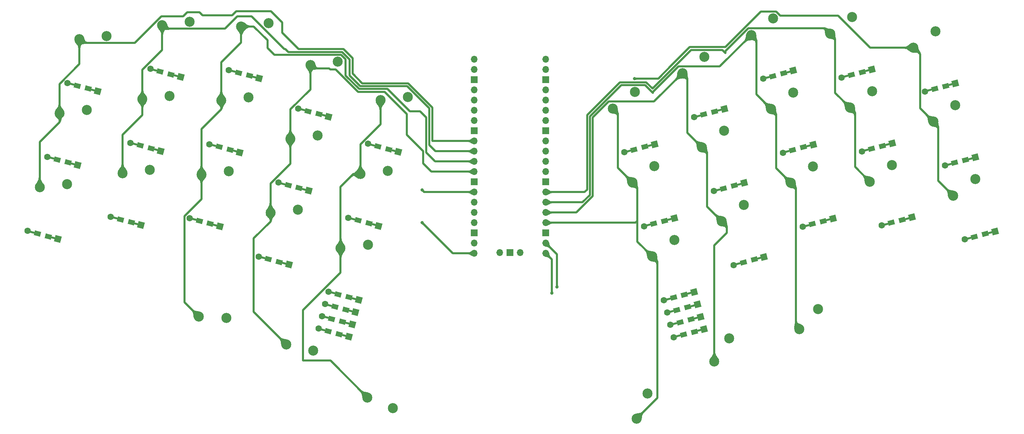
<source format=gbl>
G04 #@! TF.GenerationSoftware,KiCad,Pcbnew,(6.0.4)*
G04 #@! TF.CreationDate,2022-05-01T20:55:41-04:00*
G04 #@! TF.ProjectId,crowboard,63726f77-626f-4617-9264-2e6b69636164,rev?*
G04 #@! TF.SameCoordinates,Original*
G04 #@! TF.FileFunction,Copper,L2,Bot*
G04 #@! TF.FilePolarity,Positive*
%FSLAX46Y46*%
G04 Gerber Fmt 4.6, Leading zero omitted, Abs format (unit mm)*
G04 Created by KiCad (PCBNEW (6.0.4)) date 2022-05-01 20:55:41*
%MOMM*%
%LPD*%
G01*
G04 APERTURE LIST*
G04 Aperture macros list*
%AMRotRect*
0 Rectangle, with rotation*
0 The origin of the aperture is its center*
0 $1 length*
0 $2 width*
0 $3 Rotation angle, in degrees counterclockwise*
0 Add horizontal line*
21,1,$1,$2,0,0,$3*%
G04 Aperture macros list end*
G04 #@! TA.AperFunction,ComponentPad*
%ADD10C,2.500000*%
G04 #@! TD*
G04 #@! TA.AperFunction,SMDPad,CuDef*
%ADD11RotRect,1.600000X1.200000X345.000000*%
G04 #@! TD*
G04 #@! TA.AperFunction,SMDPad,CuDef*
%ADD12RotRect,2.900000X0.500000X345.000000*%
G04 #@! TD*
G04 #@! TA.AperFunction,ComponentPad*
%ADD13RotRect,1.600000X1.600000X345.000000*%
G04 #@! TD*
G04 #@! TA.AperFunction,ComponentPad*
%ADD14C,1.600000*%
G04 #@! TD*
G04 #@! TA.AperFunction,SMDPad,CuDef*
%ADD15RotRect,1.600000X1.200000X15.000000*%
G04 #@! TD*
G04 #@! TA.AperFunction,ComponentPad*
%ADD16RotRect,1.600000X1.600000X15.000000*%
G04 #@! TD*
G04 #@! TA.AperFunction,SMDPad,CuDef*
%ADD17RotRect,2.900000X0.500000X15.000000*%
G04 #@! TD*
G04 #@! TA.AperFunction,ComponentPad*
%ADD18O,1.700000X1.700000*%
G04 #@! TD*
G04 #@! TA.AperFunction,ComponentPad*
%ADD19R,1.700000X1.700000*%
G04 #@! TD*
G04 #@! TA.AperFunction,ViaPad*
%ADD20C,0.800000*%
G04 #@! TD*
G04 #@! TA.AperFunction,Conductor*
%ADD21C,0.500000*%
G04 #@! TD*
G04 APERTURE END LIST*
D10*
X89521852Y-84906587D03*
X96312881Y-84096636D03*
D11*
X39159473Y-72398128D03*
D12*
X40221992Y-72682829D03*
D13*
X41574288Y-73045175D03*
D12*
X35392362Y-71388733D03*
D14*
X34040066Y-71026387D03*
D11*
X36454881Y-71673434D03*
D15*
X199977492Y-59725756D03*
D16*
X202392307Y-59078709D03*
D17*
X201040011Y-59441055D03*
D15*
X197272900Y-60450450D03*
D14*
X194858085Y-61097497D03*
D17*
X196210381Y-60735151D03*
D10*
X62581084Y-38243807D03*
X69372113Y-37433856D03*
D16*
X264785284Y-71121827D03*
D17*
X263432988Y-71484173D03*
D15*
X262370469Y-71768874D03*
X259665877Y-72493568D03*
D14*
X257251062Y-73140615D03*
D17*
X258603358Y-72778269D03*
D10*
X218948404Y-77487178D03*
X224424633Y-73390225D03*
D13*
X103967265Y-61002057D03*
D12*
X102614969Y-60639711D03*
D11*
X101552450Y-60355010D03*
D12*
X97785339Y-59345615D03*
D14*
X96433043Y-58983269D03*
D11*
X98847858Y-59630316D03*
X113995646Y-87519918D03*
D12*
X115058165Y-87804619D03*
D13*
X116410461Y-88166965D03*
D14*
X108876239Y-86148177D03*
D11*
X111291054Y-86795224D03*
D12*
X110228535Y-86510523D03*
X110127663Y-106205506D03*
D13*
X111479959Y-106567852D03*
D11*
X109065144Y-105920805D03*
D12*
X105298033Y-104911410D03*
D11*
X106360552Y-105196111D03*
D14*
X103945737Y-104549064D03*
D10*
X37044213Y-60162490D03*
X43835242Y-59352539D03*
D15*
X204907994Y-78126643D03*
D17*
X205970513Y-77841942D03*
D16*
X207322809Y-77479596D03*
D15*
X202203402Y-78851337D03*
D14*
X199788587Y-79498384D03*
D17*
X201140883Y-79136038D03*
X242772287Y-67980936D03*
D16*
X244124583Y-67618590D03*
D15*
X241709768Y-68265637D03*
X239005176Y-68990331D03*
D14*
X236590361Y-69637378D03*
D17*
X237942657Y-69275032D03*
D10*
X82214596Y-38574088D03*
X89005625Y-37764137D03*
D12*
X97684466Y-79040598D03*
D11*
X96621947Y-78755897D03*
D13*
X99036762Y-79402944D03*
D12*
X92854836Y-77746502D03*
D11*
X93917355Y-78031203D03*
D14*
X91502540Y-77384156D03*
D11*
X74523183Y-87626059D03*
D12*
X75585702Y-87910760D03*
D13*
X76937998Y-88273106D03*
D12*
X70756072Y-86616664D03*
D11*
X71818591Y-86901365D03*
D14*
X69403776Y-86254318D03*
D10*
X196849640Y-68617016D03*
X202325869Y-64520063D03*
X199898892Y-121899651D03*
X203643623Y-116176794D03*
D17*
X223138775Y-68311217D03*
D15*
X222076256Y-68595918D03*
D16*
X224491071Y-67948871D03*
D14*
X216956849Y-69967659D03*
D17*
X218309145Y-69605313D03*
D15*
X219371664Y-69320612D03*
D13*
X62234988Y-69541938D03*
D12*
X60882692Y-69179592D03*
D11*
X59820173Y-68894891D03*
X57115581Y-68170197D03*
D14*
X54700766Y-67523150D03*
D12*
X56053062Y-67885496D03*
D10*
X32113711Y-78563377D03*
X38904740Y-77753426D03*
D12*
X55952190Y-87580479D03*
D13*
X57304486Y-87942825D03*
D11*
X54889671Y-87295778D03*
X52185079Y-86571084D03*
D12*
X51122560Y-86286383D03*
D14*
X49770264Y-85924037D03*
D11*
X91691445Y-97156784D03*
D13*
X94106260Y-97803831D03*
D12*
X92753964Y-97441485D03*
X87924334Y-96147389D03*
D14*
X86572038Y-95785043D03*
D11*
X88986853Y-96432090D03*
D13*
X86684300Y-51440598D03*
D11*
X84269485Y-50793551D03*
D12*
X85332004Y-51078252D03*
X80502374Y-49784156D03*
D11*
X81564893Y-50068857D03*
D14*
X79150078Y-49421810D03*
D12*
X35291489Y-91083716D03*
D13*
X36643785Y-91446062D03*
D11*
X34228970Y-90799015D03*
X31524378Y-90074321D03*
D14*
X29109563Y-89427274D03*
D12*
X30461859Y-89789620D03*
D10*
X228720911Y-40355123D03*
X234197140Y-36258170D03*
X52720078Y-75045581D03*
X59511107Y-74235630D03*
X41974716Y-41761603D03*
X48765745Y-40951652D03*
X184460777Y-95767365D03*
X189937006Y-91670412D03*
X113630608Y-130834130D03*
X119916788Y-133528207D03*
X116865223Y-56897951D03*
X123656252Y-56088000D03*
D15*
X182603793Y-68489776D03*
D17*
X183666312Y-68205075D03*
D16*
X185018608Y-67842729D03*
D14*
X177484386Y-69861517D03*
D15*
X179899201Y-69214470D03*
D17*
X178836682Y-69499171D03*
D13*
X46571198Y-54662082D03*
D12*
X45218902Y-54299736D03*
D11*
X44156383Y-54015035D03*
D14*
X39036976Y-52643294D03*
D12*
X40389272Y-53005640D03*
D11*
X41451791Y-53290341D03*
D10*
X259296951Y-80645576D03*
X264773180Y-76548623D03*
X249435945Y-43843802D03*
X254912174Y-39746849D03*
X174654105Y-58951033D03*
X180130334Y-54854080D03*
X94452355Y-66505700D03*
X101243384Y-65695749D03*
D16*
X195701364Y-107711318D03*
D15*
X193286549Y-108358365D03*
D17*
X194349068Y-108073664D03*
D14*
X188167142Y-109730106D03*
D17*
X189519438Y-109367760D03*
D15*
X190581957Y-109083059D03*
D10*
X179530274Y-77366478D03*
X185006503Y-73269525D03*
X72353591Y-75375862D03*
X79144620Y-74565911D03*
X77284094Y-56974975D03*
X84075123Y-56165024D03*
X233651414Y-58756010D03*
X239127643Y-54659057D03*
X93451223Y-117638997D03*
X100109722Y-119200561D03*
D18*
X140208000Y-46736000D03*
X140208000Y-49276000D03*
D19*
X140208000Y-51816000D03*
D18*
X140208000Y-54356000D03*
X140208000Y-56896000D03*
X140208000Y-59436000D03*
X140208000Y-61976000D03*
D19*
X140208000Y-64516000D03*
D18*
X140208000Y-67056000D03*
X140208000Y-69596000D03*
X140208000Y-72136000D03*
X140208000Y-74676000D03*
D19*
X140208000Y-77216000D03*
D18*
X140208000Y-79756000D03*
X140208000Y-82296000D03*
X140208000Y-84836000D03*
X140208000Y-87376000D03*
D19*
X140208000Y-89916000D03*
D18*
X140208000Y-92456000D03*
X140208000Y-94996000D03*
X157988000Y-94996000D03*
X157988000Y-92456000D03*
D19*
X157988000Y-89916000D03*
D18*
X157988000Y-87376000D03*
X157988000Y-84836000D03*
X157988000Y-82296000D03*
X157988000Y-79756000D03*
D19*
X157988000Y-77216000D03*
D18*
X157988000Y-74676000D03*
X157988000Y-72136000D03*
X157988000Y-69596000D03*
X157988000Y-67056000D03*
D19*
X157988000Y-64516000D03*
D18*
X157988000Y-61976000D03*
X157988000Y-59436000D03*
X157988000Y-56896000D03*
X157988000Y-54356000D03*
D19*
X157988000Y-51816000D03*
D18*
X157988000Y-49276000D03*
X157988000Y-46736000D03*
X146558000Y-94766000D03*
D19*
X149098000Y-94766000D03*
D18*
X151638000Y-94766000D03*
D15*
X194930050Y-114491994D03*
D17*
X195992569Y-114207293D03*
D16*
X197344865Y-113844947D03*
D15*
X192225458Y-115216688D03*
D14*
X189810643Y-115863735D03*
D17*
X191162939Y-115501389D03*
D16*
X194879613Y-104644503D03*
D15*
X192464798Y-105291550D03*
D17*
X193527317Y-105006849D03*
D14*
X187345391Y-106663291D03*
D15*
X189760206Y-106016244D03*
D17*
X188697687Y-106300945D03*
D10*
X180573292Y-136112286D03*
X183267369Y-129826106D03*
X111880387Y-75284279D03*
X118671416Y-74474328D03*
X191973470Y-50201570D03*
X197449699Y-46104617D03*
X106949884Y-93685166D03*
X113740913Y-92875215D03*
D17*
X210901016Y-96242829D03*
D16*
X212253312Y-95880483D03*
D15*
X209838497Y-96527530D03*
D14*
X204719090Y-97899271D03*
D17*
X206071386Y-97536925D03*
D15*
X207133905Y-97252224D03*
X246640271Y-86666524D03*
D16*
X249055086Y-86019477D03*
D17*
X247702790Y-86381823D03*
X242873160Y-87675919D03*
D15*
X243935679Y-87391218D03*
D14*
X241520864Y-88038265D03*
D11*
X64750676Y-50494004D03*
D13*
X67165491Y-51141051D03*
D12*
X65813195Y-50778705D03*
X60983565Y-49484609D03*
D14*
X59631269Y-49122263D03*
D11*
X62046084Y-49769310D03*
D13*
X109022925Y-115737627D03*
D11*
X106608110Y-115090580D03*
D12*
X107670629Y-115375281D03*
D11*
X103903518Y-114365886D03*
D12*
X102840999Y-114081185D03*
D14*
X101488703Y-113718839D03*
D10*
X254366448Y-62244689D03*
X259842677Y-58147736D03*
X99437191Y-48119371D03*
X106228220Y-47309420D03*
D15*
X236664562Y-49895485D03*
D16*
X239079377Y-49248438D03*
D17*
X237727081Y-49610784D03*
D14*
X231545155Y-51267226D03*
D17*
X232897451Y-50904880D03*
D15*
X233959970Y-50620179D03*
D10*
X201780143Y-87017903D03*
X207256372Y-82920950D03*
X221007088Y-113817464D03*
X225688692Y-108831816D03*
D15*
X187534296Y-86890663D03*
D17*
X188596815Y-86605962D03*
D16*
X189949111Y-86243616D03*
D15*
X184829704Y-87615357D03*
D14*
X182414889Y-88262404D03*
D17*
X183767185Y-87900058D03*
D16*
X229421574Y-86349758D03*
D17*
X228069278Y-86712104D03*
D15*
X227006759Y-86996805D03*
D14*
X221887352Y-88368546D03*
D17*
X223239648Y-88006200D03*
D15*
X224302167Y-87721499D03*
X267300972Y-90169761D03*
D16*
X269715787Y-89522714D03*
D17*
X268363491Y-89885060D03*
D14*
X262181565Y-91541502D03*
D17*
X263533861Y-91179156D03*
D15*
X264596380Y-90894455D03*
D17*
X258502485Y-53083286D03*
D15*
X257439966Y-53367987D03*
D16*
X259854781Y-52720940D03*
D17*
X253672855Y-54377382D03*
D14*
X252320559Y-54739728D03*
D15*
X254735374Y-54092681D03*
D10*
X209087398Y-40685404D03*
X214563627Y-36588451D03*
D15*
X217145753Y-50195031D03*
D16*
X219560568Y-49547984D03*
D17*
X218208272Y-49910330D03*
D14*
X212026346Y-51566772D03*
D17*
X213378642Y-51204426D03*
D15*
X214441161Y-50919725D03*
D10*
X238581917Y-77156897D03*
X244058146Y-73059944D03*
D12*
X108492379Y-112308467D03*
D11*
X107429860Y-112023766D03*
D13*
X109844675Y-112670813D03*
D14*
X102310453Y-110652025D03*
D12*
X103662749Y-111014371D03*
D11*
X104725268Y-111299072D03*
D13*
X81868501Y-69872219D03*
D12*
X80516205Y-69509873D03*
D11*
X79453686Y-69225172D03*
D12*
X75686575Y-68215777D03*
D11*
X76749094Y-68500478D03*
D14*
X74334279Y-67853431D03*
D16*
X196523114Y-110778132D03*
D17*
X195170818Y-111140478D03*
D15*
X194108299Y-111425179D03*
D17*
X190341188Y-112434574D03*
D14*
X188988892Y-112796920D03*
D15*
X191403707Y-112149873D03*
D13*
X110658208Y-109634666D03*
D11*
X108243393Y-108987619D03*
D12*
X109305912Y-109272320D03*
X104476282Y-107978224D03*
D11*
X105538801Y-108262925D03*
D14*
X103123986Y-107615878D03*
D12*
X119988668Y-69403732D03*
D13*
X121340964Y-69766078D03*
D11*
X118926149Y-69119031D03*
D12*
X115159038Y-68109636D03*
D14*
X113806742Y-67747290D03*
D11*
X116221557Y-68394337D03*
D10*
X57650581Y-56644694D03*
X64441610Y-55834743D03*
X214017901Y-59086291D03*
X219494130Y-54989338D03*
X71678900Y-110707111D03*
X78507405Y-111088715D03*
D20*
X127254000Y-87376000D03*
X159512000Y-104902000D03*
X160782000Y-103378000D03*
X127254000Y-79248000D03*
X180086000Y-51562000D03*
D21*
X127254000Y-87376000D02*
X134874000Y-94996000D01*
X134874000Y-94996000D02*
X140208000Y-94996000D01*
X159512000Y-96520000D02*
X157988000Y-94996000D01*
X159512000Y-104902000D02*
X159512000Y-96520000D01*
X160782000Y-103378000D02*
X160782000Y-95250000D01*
X160782000Y-95250000D02*
X157988000Y-92456000D01*
X92456000Y-37592000D02*
X92456000Y-40132000D01*
X109919520Y-46419520D02*
X109919520Y-50292000D01*
X92456000Y-40132000D02*
X96534869Y-44210869D01*
X32113711Y-67277484D02*
X32113711Y-78563377D01*
X107710869Y-44210869D02*
X109919520Y-46419520D01*
X72644000Y-35814000D02*
X80010000Y-35814000D01*
X129794000Y-58700730D02*
X129794000Y-67056000D01*
X80010000Y-35814000D02*
X81026000Y-34798000D01*
X123796231Y-52702961D02*
X129794000Y-58700730D01*
X42864276Y-42651163D02*
X55770255Y-42651163D01*
X81026000Y-34798000D02*
X89662000Y-34798000D01*
X37044213Y-62346982D02*
X32113711Y-67277484D01*
X41974716Y-47938478D02*
X37044213Y-52868981D01*
X96534869Y-44210869D02*
X107710869Y-44210869D01*
X71882000Y-35052000D02*
X72644000Y-35814000D01*
X55770255Y-42651163D02*
X62353418Y-36068000D01*
X67818000Y-36068000D02*
X68834000Y-35052000D01*
X41974716Y-41761603D02*
X42864276Y-42651163D01*
X112330480Y-52702960D02*
X123796231Y-52702961D01*
X129794000Y-67056000D02*
X140208000Y-67056000D01*
X109919520Y-50292000D02*
X112330480Y-52702960D01*
X37044213Y-52868981D02*
X37044213Y-60162490D01*
X37044213Y-60162490D02*
X37044213Y-62346982D01*
X62353418Y-36068000D02*
X67818000Y-36068000D01*
X89662000Y-34798000D02*
X92456000Y-37592000D01*
X41974716Y-41761603D02*
X41974716Y-47938478D01*
X68834000Y-35052000D02*
X71882000Y-35052000D01*
X93932389Y-44910389D02*
X107367660Y-44910390D01*
X57650581Y-49335875D02*
X57650581Y-56644694D01*
X109220000Y-46762730D02*
X109220000Y-50804446D01*
X62581084Y-38243807D02*
X63470644Y-39133367D01*
X111818034Y-53402480D02*
X123506480Y-53402480D01*
X81280000Y-36068000D02*
X84827702Y-36068000D01*
X107367660Y-44910390D02*
X109220000Y-46762730D01*
X129032000Y-68072000D02*
X130556000Y-69596000D01*
X109220000Y-50804446D02*
X111818034Y-53402480D01*
X84827702Y-36068000D02*
X92955702Y-44196000D01*
X63470644Y-39133367D02*
X78214633Y-39133367D01*
X130556000Y-69596000D02*
X140208000Y-69596000D01*
X62581084Y-38243807D02*
X62581084Y-44405372D01*
X123506480Y-53402480D02*
X129032000Y-58928000D01*
X78214633Y-39133367D02*
X81280000Y-36068000D01*
X129032000Y-58928000D02*
X129032000Y-68072000D01*
X57650581Y-56644694D02*
X57650581Y-60596327D01*
X52720078Y-65526830D02*
X52720078Y-75045581D01*
X93218000Y-44196000D02*
X93932389Y-44910389D01*
X62581084Y-44405372D02*
X57650581Y-49335875D01*
X57650581Y-60596327D02*
X52720078Y-65526830D01*
X92955702Y-44196000D02*
X93218000Y-44196000D01*
X77284094Y-59159467D02*
X72353591Y-64089970D01*
X82214596Y-42525721D02*
X77284094Y-47456223D01*
X128207519Y-69885751D02*
X130457768Y-72136000D01*
X124206000Y-59690000D02*
X126746000Y-59690000D01*
X118618000Y-54102000D02*
X124206000Y-59690000D01*
X85332679Y-38574088D02*
X88769755Y-42011164D01*
X108204000Y-50777716D02*
X111528284Y-54102000D01*
X82214596Y-38574088D02*
X82214596Y-42525721D01*
X90481877Y-45609909D02*
X107077909Y-45609909D01*
X72353591Y-64089970D02*
X72353591Y-75375862D01*
X126746000Y-59690000D02*
X128207520Y-61151520D01*
X108204000Y-46736000D02*
X108204000Y-50777716D01*
X68154265Y-107182476D02*
X71678900Y-110707111D01*
X72353591Y-75375862D02*
X72353591Y-81537427D01*
X128207520Y-61151520D02*
X128207519Y-69885751D01*
X111528284Y-54102000D02*
X118618000Y-54102000D01*
X77284094Y-47456223D02*
X77284094Y-56974975D01*
X88769755Y-42011164D02*
X88769755Y-43897787D01*
X68154265Y-85736753D02*
X68154265Y-107182476D01*
X130457768Y-72136000D02*
X140208000Y-72136000D01*
X82214596Y-38574088D02*
X85332679Y-38574088D01*
X72353591Y-81537427D02*
X68154265Y-85736753D01*
X88769755Y-43897787D02*
X90481877Y-45609909D01*
X107077909Y-45609909D02*
X108204000Y-46736000D01*
X77284094Y-56974975D02*
X77284094Y-59159467D01*
X129540000Y-74676000D02*
X140208000Y-74676000D01*
X127508000Y-69596000D02*
X127508000Y-72644000D01*
X89521852Y-77597768D02*
X89521852Y-84906587D01*
X104394000Y-49276000D02*
X105713014Y-49276000D01*
X99437191Y-48119371D02*
X99437191Y-54212045D01*
X94452355Y-66505700D02*
X94452355Y-72667265D01*
X123420382Y-65508382D02*
X127508000Y-69596000D01*
X111301014Y-54864000D02*
X117949355Y-54864000D01*
X117949355Y-54864000D02*
X123420382Y-60335027D01*
X94452355Y-59196881D02*
X94452355Y-66505700D01*
X127508000Y-72644000D02*
X129540000Y-74676000D01*
X99437191Y-54212045D02*
X94452355Y-59196881D01*
X105713014Y-49276000D02*
X111301014Y-54864000D01*
X85322527Y-91290404D02*
X85322527Y-109510301D01*
X123420382Y-60335027D02*
X123420382Y-65508382D01*
X89521852Y-84906587D02*
X89521852Y-87091079D01*
X85322527Y-109510301D02*
X93451223Y-117638997D01*
X94452355Y-72667265D02*
X89521852Y-77597768D01*
X104126931Y-49008931D02*
X104394000Y-49276000D01*
X100326751Y-49008931D02*
X104126931Y-49008931D01*
X89521852Y-87091079D02*
X85322527Y-91290404D01*
X99437191Y-48119371D02*
X100326751Y-49008931D01*
X116865223Y-62921733D02*
X111880387Y-67906569D01*
X106949884Y-93685166D02*
X106949884Y-99777841D01*
X127254000Y-79248000D02*
X127762000Y-79756000D01*
X110112621Y-75284279D02*
X106949884Y-78447016D01*
X116865223Y-56897951D02*
X116865223Y-62921733D01*
X111880387Y-67906569D02*
X111880387Y-75284279D01*
X104462478Y-121666000D02*
X113630608Y-130834130D01*
X97614829Y-121666000D02*
X104462478Y-121666000D01*
X106949884Y-78447016D02*
X106949884Y-93685166D01*
X127762000Y-79756000D02*
X140208000Y-79756000D01*
X97614829Y-109112896D02*
X97614829Y-121666000D01*
X106949884Y-99777841D02*
X97614829Y-109112896D01*
X111880387Y-75284279D02*
X110112621Y-75284279D01*
X180780273Y-86935727D02*
X180340000Y-87376000D01*
X180780273Y-92086861D02*
X180780273Y-86935727D01*
X175904104Y-60201032D02*
X175904104Y-73740308D01*
X180340000Y-87376000D02*
X157988000Y-87376000D01*
X184460777Y-95767365D02*
X185710776Y-97017364D01*
X184460777Y-95767365D02*
X180780273Y-92086861D01*
X185710776Y-97017364D02*
X185710776Y-130974802D01*
X180780273Y-86935727D02*
X180780273Y-78616477D01*
X185710776Y-130974802D02*
X180573292Y-136112286D01*
X174654105Y-58951033D02*
X175904104Y-60201032D01*
X180780273Y-78616477D02*
X179530274Y-77366478D01*
X175904104Y-73740308D02*
X179530274Y-77366478D01*
X198099639Y-83337399D02*
X201780143Y-87017903D01*
X203030142Y-88267902D02*
X203030142Y-89924598D01*
X198099639Y-69867015D02*
X198099639Y-83337399D01*
X173634478Y-57251522D02*
X169672000Y-61214000D01*
X196849640Y-68617016D02*
X198099639Y-69867015D01*
X184923518Y-57251522D02*
X173634478Y-57251522D01*
X191973470Y-50201570D02*
X184923518Y-57251522D01*
X169672000Y-80772000D02*
X165608000Y-84836000D01*
X201780143Y-87017903D02*
X203030142Y-88267902D01*
X203030142Y-89924598D02*
X199898892Y-93055848D01*
X169672000Y-61214000D02*
X169672000Y-80772000D01*
X191973470Y-50201570D02*
X193223469Y-51451569D01*
X199898892Y-93055848D02*
X199898892Y-121899651D01*
X193223469Y-64990845D02*
X196849640Y-68617016D01*
X193223469Y-51451569D02*
X193223469Y-64990845D01*
X165608000Y-84836000D02*
X157988000Y-84836000D01*
X215267900Y-73806674D02*
X218948404Y-77487178D01*
X168972481Y-60924249D02*
X168972481Y-80455519D01*
X210337397Y-41935403D02*
X210337397Y-55405787D01*
X184658000Y-55118000D02*
X182694569Y-53154569D01*
X218948404Y-77487178D02*
X220198403Y-78737177D01*
X220198403Y-78737177D02*
X220198403Y-113008779D01*
X167132000Y-82296000D02*
X157988000Y-82296000D01*
X176742161Y-53154569D02*
X168972481Y-60924249D01*
X191019941Y-48502059D02*
X184658000Y-54864000D01*
X215267900Y-60336290D02*
X215267900Y-73806674D01*
X184658000Y-54864000D02*
X184658000Y-55118000D01*
X201270743Y-48502059D02*
X191019941Y-48502059D01*
X209087398Y-40685404D02*
X210337397Y-41935403D01*
X210337397Y-55405787D02*
X214017901Y-59086291D01*
X168972481Y-80455519D02*
X167132000Y-82296000D01*
X209087398Y-40685404D02*
X201270743Y-48502059D01*
X182694569Y-53154569D02*
X176742161Y-53154569D01*
X220198403Y-113008779D02*
X221007088Y-113817464D01*
X214017901Y-59086291D02*
X215267900Y-60336290D01*
X227351681Y-38985893D02*
X208383436Y-38985893D01*
X167640000Y-79756000D02*
X157988000Y-79756000D01*
X229970910Y-55075506D02*
X233651414Y-58756010D01*
X176452410Y-52455050D02*
X168272961Y-60634499D01*
X234901413Y-73476393D02*
X238581917Y-77156897D01*
X228720911Y-40355123D02*
X229970910Y-41605122D01*
X194100894Y-44405106D02*
X184517635Y-53988365D01*
X208383436Y-38985893D02*
X202692000Y-44677329D01*
X201885106Y-44405106D02*
X194100894Y-44405106D01*
X168272961Y-79123039D02*
X167640000Y-79756000D01*
X202692000Y-45212000D02*
X201885106Y-44405106D01*
X184517635Y-53988365D02*
X182984320Y-52455050D01*
X234901413Y-60006009D02*
X234901413Y-73476393D01*
X228720911Y-40355123D02*
X227351681Y-38985893D01*
X202692000Y-44677329D02*
X202692000Y-45212000D01*
X233651414Y-58756010D02*
X234901413Y-60006009D01*
X229970910Y-41605122D02*
X229970910Y-55075506D01*
X182984320Y-52455050D02*
X176452410Y-52455050D01*
X168272961Y-60634499D02*
X168272961Y-79123039D01*
X185954730Y-51562000D02*
X180086000Y-51562000D01*
X255616447Y-76965072D02*
X259296951Y-80645576D01*
X255616447Y-63494688D02*
X255616447Y-76965072D01*
X202674413Y-43705587D02*
X193811143Y-43705587D01*
X254366448Y-62244689D02*
X255616447Y-63494688D01*
X211491060Y-34888940D02*
X205994000Y-40386000D01*
X251071048Y-45478905D02*
X251071048Y-58949289D01*
X249435945Y-43843802D02*
X251071048Y-45478905D01*
X238614675Y-43843802D02*
X230655362Y-35884489D01*
X249435945Y-43843802D02*
X238614675Y-43843802D01*
X193811143Y-43705587D02*
X189497365Y-48019365D01*
X251071048Y-58949289D02*
X254366448Y-62244689D01*
X216263138Y-35884489D02*
X215267589Y-34888940D01*
X205994000Y-40386000D02*
X202674413Y-43705587D01*
X230655362Y-35884489D02*
X216263138Y-35884489D01*
X189497365Y-48019365D02*
X185954730Y-51562000D01*
X215267589Y-34888940D02*
X211491060Y-34888940D01*
G04 #@! TA.AperFunction,Conductor*
G36*
X112491363Y-75276064D02*
G01*
X112492051Y-75276467D01*
X112497456Y-75283606D01*
X112496229Y-75292477D01*
X112494246Y-75294993D01*
X111868412Y-75896827D01*
X111341779Y-76403265D01*
X111333440Y-76406530D01*
X111327955Y-76405042D01*
X111152475Y-76306830D01*
X111151581Y-76306275D01*
X111107772Y-76276292D01*
X110982886Y-76190817D01*
X110982493Y-76190535D01*
X110824452Y-76071498D01*
X110674285Y-75958965D01*
X110582836Y-75898505D01*
X110529448Y-75863208D01*
X110529446Y-75863207D01*
X110529127Y-75862996D01*
X110481038Y-75839662D01*
X110386522Y-75793801D01*
X110386517Y-75793799D01*
X110385925Y-75793512D01*
X110301121Y-75774071D01*
X110242526Y-75760638D01*
X110242524Y-75760638D01*
X110241626Y-75760432D01*
X110240707Y-75760514D01*
X110094141Y-75773591D01*
X110094140Y-75773591D01*
X110093179Y-75773677D01*
X110049083Y-75793364D01*
X109938238Y-75842851D01*
X109938236Y-75842852D01*
X109937531Y-75843167D01*
X109936930Y-75843658D01*
X109936929Y-75843659D01*
X109779825Y-75972122D01*
X109771251Y-75974707D01*
X109764146Y-75971338D01*
X109426564Y-75633756D01*
X109423137Y-75625483D01*
X109426777Y-75617002D01*
X109616992Y-75436241D01*
X109617484Y-75435799D01*
X109793884Y-75286192D01*
X109794421Y-75285763D01*
X109953465Y-75166187D01*
X109953962Y-75165833D01*
X110100676Y-75067070D01*
X110101008Y-75066855D01*
X110240402Y-74979720D01*
X110240454Y-74979688D01*
X110261044Y-74966967D01*
X110377323Y-74895125D01*
X110516495Y-74804036D01*
X110662817Y-74697313D01*
X110821186Y-74565813D01*
X110996504Y-74400396D01*
X112491363Y-75276064D01*
G37*
G04 #@! TD.AperFunction*
G04 #@! TA.AperFunction,Conductor*
G36*
X89976896Y-85058397D02*
G01*
X89977655Y-85059692D01*
X89977655Y-85059693D01*
X90401469Y-85783188D01*
X90402694Y-85792059D01*
X90400172Y-85796815D01*
X90360269Y-85842334D01*
X90252483Y-85965289D01*
X90144525Y-86131788D01*
X90069895Y-86292689D01*
X90016627Y-86450715D01*
X89972755Y-86608588D01*
X89968668Y-86622710D01*
X89926427Y-86768642D01*
X89926172Y-86769418D01*
X89921020Y-86783420D01*
X89865566Y-86934141D01*
X89865036Y-86935362D01*
X89778208Y-87107819D01*
X89777421Y-87109155D01*
X89652336Y-87292383D01*
X89651408Y-87293570D01*
X89483775Y-87481700D01*
X89475713Y-87485597D01*
X89466767Y-87482189D01*
X89129347Y-87144769D01*
X89125920Y-87136496D01*
X89128448Y-87129232D01*
X89268202Y-86952783D01*
X89268202Y-86952782D01*
X89268799Y-86952029D01*
X89269121Y-86951125D01*
X89269123Y-86951122D01*
X89328919Y-86783420D01*
X89328919Y-86783418D01*
X89329329Y-86782269D01*
X89317649Y-86623662D01*
X89247841Y-86471754D01*
X89133986Y-86322088D01*
X89105868Y-86292395D01*
X88990229Y-86170276D01*
X88990213Y-86170259D01*
X88990166Y-86170210D01*
X88951464Y-86131788D01*
X88830594Y-86011795D01*
X88830362Y-86011559D01*
X88669280Y-85842334D01*
X88668644Y-85841607D01*
X88594286Y-85749300D01*
X88520230Y-85657367D01*
X88519305Y-85656041D01*
X88401445Y-85459122D01*
X88400136Y-85450263D01*
X88403051Y-85445003D01*
X88919206Y-84908266D01*
X88919206Y-84908265D01*
X88920820Y-84906587D01*
X89521852Y-84281587D01*
X89976896Y-85058397D01*
G37*
G04 #@! TD.AperFunction*
G04 #@! TA.AperFunction,Conductor*
G36*
X195273976Y-66687065D02*
G01*
X195481001Y-66875706D01*
X195678061Y-67018412D01*
X195720673Y-67041354D01*
X195862053Y-67117473D01*
X195862056Y-67117475D01*
X195862412Y-67117666D01*
X195862787Y-67117805D01*
X195862793Y-67117808D01*
X195959596Y-67153767D01*
X196039564Y-67183473D01*
X196215027Y-67225840D01*
X196394311Y-67254771D01*
X196394352Y-67254777D01*
X196394355Y-67254777D01*
X196582835Y-67280259D01*
X196583089Y-67280297D01*
X196696317Y-67298148D01*
X196786049Y-67312295D01*
X196786698Y-67312416D01*
X196879655Y-67332625D01*
X197009746Y-67360907D01*
X197010636Y-67361138D01*
X197251703Y-67433787D01*
X197258635Y-67439455D01*
X197260025Y-67444760D01*
X197263650Y-67630169D01*
X197291581Y-69058957D01*
X195986791Y-69033450D01*
X195677384Y-69027401D01*
X195669180Y-69023813D01*
X195666411Y-69019079D01*
X195593762Y-68778012D01*
X195593531Y-68777122D01*
X195545041Y-68554081D01*
X195544917Y-68553417D01*
X195512921Y-68350465D01*
X195512883Y-68350211D01*
X195487401Y-68161731D01*
X195487401Y-68161728D01*
X195487395Y-68161687D01*
X195458464Y-67982403D01*
X195416097Y-67806940D01*
X195350290Y-67629788D01*
X195251036Y-67445437D01*
X195244380Y-67436245D01*
X195154616Y-67312293D01*
X195108330Y-67248377D01*
X194919689Y-67041352D01*
X194916651Y-67032931D01*
X194920065Y-67025201D01*
X195257825Y-66687441D01*
X195266098Y-66684014D01*
X195273976Y-66687065D01*
G37*
G04 #@! TD.AperFunction*
G04 #@! TA.AperFunction,Conductor*
G36*
X89768956Y-82420014D02*
G01*
X89772370Y-82427744D01*
X89785369Y-82707520D01*
X89823804Y-82947771D01*
X89883977Y-83148310D01*
X89962709Y-83320109D01*
X90056822Y-83474138D01*
X90056948Y-83474313D01*
X90056955Y-83474323D01*
X90163101Y-83621317D01*
X90163138Y-83621368D01*
X90163173Y-83621413D01*
X90163176Y-83621418D01*
X90278385Y-83772650D01*
X90278539Y-83772856D01*
X90399465Y-83939046D01*
X90399846Y-83939603D01*
X90523269Y-84131598D01*
X90523735Y-84132391D01*
X90642823Y-84354220D01*
X90643717Y-84363130D01*
X90640948Y-84367864D01*
X89978510Y-85056718D01*
X89978510Y-85056719D01*
X89521852Y-85531587D01*
X88402756Y-84367864D01*
X88399491Y-84359525D01*
X88400881Y-84354220D01*
X88519968Y-84132391D01*
X88520434Y-84131598D01*
X88643857Y-83939603D01*
X88644238Y-83939046D01*
X88765164Y-83772856D01*
X88765318Y-83772650D01*
X88880527Y-83621418D01*
X88880530Y-83621413D01*
X88880565Y-83621368D01*
X88880602Y-83621317D01*
X88986748Y-83474323D01*
X88986755Y-83474313D01*
X88986881Y-83474138D01*
X89080994Y-83320109D01*
X89159726Y-83148310D01*
X89219899Y-82947771D01*
X89258334Y-82707520D01*
X89271334Y-82427744D01*
X89275141Y-82419639D01*
X89283021Y-82416587D01*
X89760683Y-82416587D01*
X89768956Y-82420014D01*
G37*
G04 #@! TD.AperFunction*
G04 #@! TA.AperFunction,Conductor*
G36*
X217372740Y-75557227D02*
G01*
X217579765Y-75745868D01*
X217776825Y-75888574D01*
X217819437Y-75911516D01*
X217960817Y-75987635D01*
X217960820Y-75987637D01*
X217961176Y-75987828D01*
X217961551Y-75987967D01*
X217961557Y-75987970D01*
X218058360Y-76023929D01*
X218138328Y-76053635D01*
X218313791Y-76096002D01*
X218493075Y-76124933D01*
X218493116Y-76124939D01*
X218493119Y-76124939D01*
X218681599Y-76150421D01*
X218681853Y-76150459D01*
X218795081Y-76168310D01*
X218884813Y-76182457D01*
X218885462Y-76182578D01*
X218978419Y-76202787D01*
X219108510Y-76231069D01*
X219109400Y-76231300D01*
X219350467Y-76303949D01*
X219357399Y-76309617D01*
X219358789Y-76314922D01*
X219362414Y-76500331D01*
X219390345Y-77929119D01*
X218085555Y-77903612D01*
X217776148Y-77897563D01*
X217767944Y-77893975D01*
X217765175Y-77889241D01*
X217692526Y-77648174D01*
X217692295Y-77647284D01*
X217643805Y-77424243D01*
X217643681Y-77423579D01*
X217611685Y-77220627D01*
X217611647Y-77220373D01*
X217586165Y-77031893D01*
X217586165Y-77031890D01*
X217586159Y-77031849D01*
X217557228Y-76852565D01*
X217514861Y-76677102D01*
X217449054Y-76499950D01*
X217349800Y-76315599D01*
X217343144Y-76306407D01*
X217253380Y-76182455D01*
X217207094Y-76118539D01*
X217018453Y-75911514D01*
X217015415Y-75903093D01*
X217018829Y-75895363D01*
X217356589Y-75557603D01*
X217364862Y-75554176D01*
X217372740Y-75557227D01*
G37*
G04 #@! TD.AperFunction*
G04 #@! TA.AperFunction,Conductor*
G36*
X139843562Y-94236836D02*
G01*
X140376149Y-94748998D01*
X140624231Y-94987567D01*
X140627819Y-94995771D01*
X140624231Y-95004433D01*
X139919446Y-95682191D01*
X139843563Y-95755164D01*
X139835224Y-95758429D01*
X139830033Y-95757100D01*
X139687002Y-95682336D01*
X139686439Y-95682021D01*
X139558354Y-95605800D01*
X139558006Y-95605585D01*
X139445066Y-95532907D01*
X139445035Y-95532887D01*
X139340740Y-95465309D01*
X139340739Y-95465308D01*
X139340652Y-95465252D01*
X139238166Y-95404135D01*
X139237975Y-95404041D01*
X139237967Y-95404036D01*
X139171217Y-95370968D01*
X139130847Y-95350968D01*
X139130565Y-95350864D01*
X139012246Y-95307275D01*
X139012241Y-95307274D01*
X139011933Y-95307160D01*
X138874661Y-95274122D01*
X138874354Y-95274083D01*
X138874351Y-95274082D01*
X138712521Y-95253297D01*
X138712519Y-95253297D01*
X138712271Y-95253265D01*
X138583286Y-95248441D01*
X138529263Y-95246421D01*
X138521123Y-95242687D01*
X138518000Y-95234729D01*
X138518000Y-94757271D01*
X138521427Y-94748998D01*
X138529263Y-94745579D01*
X138593639Y-94743171D01*
X138712271Y-94738734D01*
X138712519Y-94738702D01*
X138712521Y-94738702D01*
X138874351Y-94717917D01*
X138874354Y-94717916D01*
X138874661Y-94717877D01*
X139011933Y-94684839D01*
X139012241Y-94684725D01*
X139012246Y-94684724D01*
X139130565Y-94641135D01*
X139130567Y-94641134D01*
X139130847Y-94641031D01*
X139171217Y-94621031D01*
X139237967Y-94587963D01*
X139237975Y-94587958D01*
X139238166Y-94587864D01*
X139340652Y-94526747D01*
X139445066Y-94459092D01*
X139558006Y-94386414D01*
X139558354Y-94386199D01*
X139686439Y-94309978D01*
X139687002Y-94309663D01*
X139830033Y-94234900D01*
X139838953Y-94234105D01*
X139843562Y-94236836D01*
G37*
G04 #@! TD.AperFunction*
G04 #@! TA.AperFunction,Conductor*
G36*
X139843562Y-68836836D02*
G01*
X140376149Y-69348998D01*
X140624231Y-69587567D01*
X140627819Y-69595771D01*
X140624231Y-69604433D01*
X139919446Y-70282191D01*
X139843563Y-70355164D01*
X139835224Y-70358429D01*
X139830033Y-70357100D01*
X139687002Y-70282336D01*
X139686439Y-70282021D01*
X139558354Y-70205800D01*
X139558006Y-70205585D01*
X139445066Y-70132907D01*
X139445035Y-70132887D01*
X139340740Y-70065309D01*
X139340739Y-70065308D01*
X139340652Y-70065252D01*
X139238166Y-70004135D01*
X139237975Y-70004041D01*
X139237967Y-70004036D01*
X139171217Y-69970968D01*
X139130847Y-69950968D01*
X139130565Y-69950864D01*
X139012246Y-69907275D01*
X139012241Y-69907274D01*
X139011933Y-69907160D01*
X138874661Y-69874122D01*
X138874354Y-69874083D01*
X138874351Y-69874082D01*
X138712521Y-69853297D01*
X138712519Y-69853297D01*
X138712271Y-69853265D01*
X138583286Y-69848441D01*
X138529263Y-69846421D01*
X138521123Y-69842687D01*
X138518000Y-69834729D01*
X138518000Y-69357271D01*
X138521427Y-69348998D01*
X138529263Y-69345579D01*
X138593639Y-69343171D01*
X138712271Y-69338734D01*
X138712519Y-69338702D01*
X138712521Y-69338702D01*
X138874351Y-69317917D01*
X138874354Y-69317916D01*
X138874661Y-69317877D01*
X139011933Y-69284839D01*
X139012241Y-69284725D01*
X139012246Y-69284724D01*
X139130565Y-69241135D01*
X139130567Y-69241134D01*
X139130847Y-69241031D01*
X139171217Y-69221031D01*
X139237967Y-69187963D01*
X139237975Y-69187958D01*
X139238166Y-69187864D01*
X139340652Y-69126747D01*
X139445066Y-69059092D01*
X139558006Y-68986414D01*
X139558354Y-68986199D01*
X139686439Y-68909978D01*
X139687002Y-68909663D01*
X139830033Y-68834900D01*
X139838953Y-68834105D01*
X139843562Y-68836836D01*
G37*
G04 #@! TD.AperFunction*
G04 #@! TA.AperFunction,Conductor*
G36*
X52967182Y-72559008D02*
G01*
X52970596Y-72566738D01*
X52983595Y-72846514D01*
X53022030Y-73086765D01*
X53082203Y-73287304D01*
X53160935Y-73459103D01*
X53255048Y-73613132D01*
X53255174Y-73613307D01*
X53255181Y-73613317D01*
X53361327Y-73760311D01*
X53361364Y-73760362D01*
X53361399Y-73760407D01*
X53361402Y-73760412D01*
X53476611Y-73911644D01*
X53476765Y-73911850D01*
X53597691Y-74078040D01*
X53598072Y-74078597D01*
X53721495Y-74270592D01*
X53721961Y-74271385D01*
X53841049Y-74493214D01*
X53841943Y-74502124D01*
X53839174Y-74506858D01*
X52728511Y-75661812D01*
X52720307Y-75665400D01*
X52711645Y-75661812D01*
X51600982Y-74506858D01*
X51597717Y-74498519D01*
X51599107Y-74493214D01*
X51718194Y-74271385D01*
X51718660Y-74270592D01*
X51842083Y-74078597D01*
X51842464Y-74078040D01*
X51963390Y-73911850D01*
X51963544Y-73911644D01*
X52078753Y-73760412D01*
X52078756Y-73760407D01*
X52078791Y-73760362D01*
X52078828Y-73760311D01*
X52184974Y-73613317D01*
X52184981Y-73613307D01*
X52185107Y-73613132D01*
X52279220Y-73459103D01*
X52357952Y-73287304D01*
X52418125Y-73086765D01*
X52456560Y-72846514D01*
X52469560Y-72566738D01*
X52473367Y-72558633D01*
X52481247Y-72555581D01*
X52958909Y-72555581D01*
X52967182Y-72559008D01*
G37*
G04 #@! TD.AperFunction*
G04 #@! TA.AperFunction,Conductor*
G36*
X161028624Y-102591427D02*
G01*
X161032051Y-102599648D01*
X161032381Y-102675651D01*
X161033844Y-102752290D01*
X161036868Y-102819873D01*
X161041933Y-102880354D01*
X161049517Y-102935691D01*
X161060099Y-102987838D01*
X161074160Y-103038751D01*
X161092177Y-103090386D01*
X161114631Y-103144699D01*
X161114696Y-103144838D01*
X161138627Y-103196381D01*
X161139003Y-103205328D01*
X161136448Y-103209418D01*
X160790433Y-103569231D01*
X160782229Y-103572819D01*
X160773567Y-103569231D01*
X160427552Y-103209418D01*
X160424287Y-103201079D01*
X160425373Y-103196381D01*
X160449303Y-103144839D01*
X160449303Y-103144838D01*
X160449368Y-103144699D01*
X160471822Y-103090386D01*
X160489839Y-103038751D01*
X160503900Y-102987838D01*
X160514482Y-102935691D01*
X160522066Y-102880354D01*
X160527131Y-102819873D01*
X160530155Y-102752290D01*
X160531618Y-102675651D01*
X160531949Y-102599648D01*
X160535412Y-102591391D01*
X160543649Y-102588000D01*
X161020351Y-102588000D01*
X161028624Y-102591427D01*
G37*
G04 #@! TD.AperFunction*
G04 #@! TA.AperFunction,Conductor*
G36*
X184889887Y-95552946D02*
G01*
X185468598Y-95704107D01*
X185702294Y-95765149D01*
X185709432Y-95770555D01*
X185711032Y-95776127D01*
X185717776Y-96008300D01*
X185736776Y-96213269D01*
X185764776Y-96392199D01*
X185798776Y-96555018D01*
X185798785Y-96555056D01*
X185835762Y-96711594D01*
X185835776Y-96711654D01*
X185872734Y-96871856D01*
X185872816Y-96872243D01*
X185906719Y-97045802D01*
X185906819Y-97046395D01*
X185914024Y-97097259D01*
X185934726Y-97243404D01*
X185934803Y-97244087D01*
X185953750Y-97474625D01*
X185953784Y-97475272D01*
X185955361Y-97537137D01*
X185960470Y-97737600D01*
X185957255Y-97745958D01*
X185948774Y-97749598D01*
X185471362Y-97749598D01*
X185463089Y-97746171D01*
X185459720Y-97739066D01*
X185439466Y-97537137D01*
X185439389Y-97536365D01*
X185378466Y-97377169D01*
X185282864Y-97262835D01*
X185252964Y-97244087D01*
X185157997Y-97184541D01*
X185157994Y-97184539D01*
X185157438Y-97184191D01*
X185007046Y-97132065D01*
X185006676Y-97131989D01*
X185006674Y-97131989D01*
X184962393Y-97122956D01*
X184836544Y-97097283D01*
X184650787Y-97070671D01*
X184454890Y-97043094D01*
X184454367Y-97043008D01*
X184253458Y-97005368D01*
X184252433Y-97005128D01*
X184058907Y-96950493D01*
X184051876Y-96944947D01*
X184050388Y-96939462D01*
X184049070Y-96872037D01*
X184018836Y-95325424D01*
X184889887Y-95552946D01*
G37*
G04 #@! TD.AperFunction*
G04 #@! TA.AperFunction,Conductor*
G36*
X248897222Y-42724706D02*
G01*
X249800437Y-43593284D01*
X249800976Y-43593802D01*
X250060945Y-43843802D01*
X249022171Y-44842741D01*
X249019110Y-44845685D01*
X248897222Y-44962898D01*
X248888883Y-44966163D01*
X248883578Y-44964773D01*
X248686149Y-44858784D01*
X248661743Y-44845682D01*
X248660956Y-44845219D01*
X248660722Y-44845068D01*
X248468957Y-44721794D01*
X248468404Y-44721415D01*
X248302214Y-44600489D01*
X248302008Y-44600335D01*
X248150776Y-44485126D01*
X248150771Y-44485123D01*
X248150726Y-44485088D01*
X248150675Y-44485051D01*
X248003681Y-44378905D01*
X248003671Y-44378898D01*
X248003496Y-44378772D01*
X247849467Y-44284659D01*
X247677668Y-44205927D01*
X247477129Y-44145754D01*
X247476744Y-44145692D01*
X247476738Y-44145691D01*
X247237209Y-44107372D01*
X247237210Y-44107372D01*
X247236878Y-44107319D01*
X247236547Y-44107304D01*
X247236541Y-44107303D01*
X246957102Y-44094320D01*
X246948997Y-44090513D01*
X246945945Y-44082633D01*
X246945945Y-43604971D01*
X246949372Y-43596698D01*
X246957102Y-43593284D01*
X247236541Y-43580300D01*
X247236547Y-43580299D01*
X247236878Y-43580284D01*
X247259982Y-43576588D01*
X247476738Y-43541912D01*
X247476744Y-43541911D01*
X247477129Y-43541849D01*
X247677668Y-43481676D01*
X247849467Y-43402944D01*
X248003496Y-43308831D01*
X248003671Y-43308705D01*
X248003681Y-43308698D01*
X248150675Y-43202552D01*
X248150683Y-43202546D01*
X248150726Y-43202515D01*
X248150776Y-43202477D01*
X248302008Y-43087268D01*
X248302214Y-43087114D01*
X248468404Y-42966188D01*
X248468961Y-42965807D01*
X248660956Y-42842384D01*
X248661743Y-42841921D01*
X248883578Y-42722831D01*
X248892488Y-42721937D01*
X248897222Y-42724706D01*
G37*
G04 #@! TD.AperFunction*
G04 #@! TA.AperFunction,Conductor*
G36*
X158365967Y-86614900D02*
G01*
X158508997Y-86689663D01*
X158509560Y-86689978D01*
X158637645Y-86766199D01*
X158637993Y-86766414D01*
X158750933Y-86839092D01*
X158855347Y-86906747D01*
X158957833Y-86967864D01*
X158958024Y-86967958D01*
X158958032Y-86967963D01*
X159024782Y-87001031D01*
X159065152Y-87021031D01*
X159065432Y-87021134D01*
X159065434Y-87021135D01*
X159183753Y-87064724D01*
X159183758Y-87064725D01*
X159184066Y-87064839D01*
X159321338Y-87097877D01*
X159321645Y-87097916D01*
X159321648Y-87097917D01*
X159483478Y-87118702D01*
X159483480Y-87118702D01*
X159483728Y-87118734D01*
X159602716Y-87123184D01*
X159666737Y-87125579D01*
X159674877Y-87129313D01*
X159678000Y-87137271D01*
X159678000Y-87614729D01*
X159674573Y-87623002D01*
X159666737Y-87626421D01*
X159613137Y-87628426D01*
X159483728Y-87633265D01*
X159483480Y-87633297D01*
X159483478Y-87633297D01*
X159321648Y-87654082D01*
X159321645Y-87654083D01*
X159321338Y-87654122D01*
X159184066Y-87687160D01*
X159183758Y-87687274D01*
X159183753Y-87687275D01*
X159065434Y-87730864D01*
X159065152Y-87730968D01*
X159024782Y-87750968D01*
X158958032Y-87784036D01*
X158958024Y-87784041D01*
X158957833Y-87784135D01*
X158855347Y-87845252D01*
X158855260Y-87845308D01*
X158855259Y-87845309D01*
X158750964Y-87912887D01*
X158750933Y-87912907D01*
X158637993Y-87985585D01*
X158637645Y-87985800D01*
X158509560Y-88062021D01*
X158508997Y-88062336D01*
X158365967Y-88137100D01*
X158357048Y-88137895D01*
X158352437Y-88135164D01*
X158276554Y-88062191D01*
X157571769Y-87384433D01*
X157568181Y-87376229D01*
X157571769Y-87367567D01*
X157830516Y-87118743D01*
X158352437Y-86616836D01*
X158360776Y-86613571D01*
X158365967Y-86614900D01*
G37*
G04 #@! TD.AperFunction*
G04 #@! TA.AperFunction,Conductor*
G36*
X139843562Y-73916836D02*
G01*
X140376149Y-74428998D01*
X140624231Y-74667567D01*
X140627819Y-74675771D01*
X140624231Y-74684433D01*
X139919446Y-75362191D01*
X139843563Y-75435164D01*
X139835224Y-75438429D01*
X139830033Y-75437100D01*
X139687002Y-75362336D01*
X139686439Y-75362021D01*
X139558354Y-75285800D01*
X139558006Y-75285585D01*
X139445066Y-75212907D01*
X139445035Y-75212887D01*
X139340740Y-75145309D01*
X139340739Y-75145308D01*
X139340652Y-75145252D01*
X139238166Y-75084135D01*
X139237975Y-75084041D01*
X139237967Y-75084036D01*
X139171217Y-75050968D01*
X139130847Y-75030968D01*
X139130565Y-75030864D01*
X139012246Y-74987275D01*
X139012241Y-74987274D01*
X139011933Y-74987160D01*
X138874661Y-74954122D01*
X138874354Y-74954083D01*
X138874351Y-74954082D01*
X138712521Y-74933297D01*
X138712519Y-74933297D01*
X138712271Y-74933265D01*
X138583286Y-74928441D01*
X138529263Y-74926421D01*
X138521123Y-74922687D01*
X138518000Y-74914729D01*
X138518000Y-74437271D01*
X138521427Y-74428998D01*
X138529263Y-74425579D01*
X138593639Y-74423171D01*
X138712271Y-74418734D01*
X138712519Y-74418702D01*
X138712521Y-74418702D01*
X138874351Y-74397917D01*
X138874354Y-74397916D01*
X138874661Y-74397877D01*
X139011933Y-74364839D01*
X139012241Y-74364725D01*
X139012246Y-74364724D01*
X139130565Y-74321135D01*
X139130567Y-74321134D01*
X139130847Y-74321031D01*
X139171217Y-74301031D01*
X139237967Y-74267963D01*
X139237975Y-74267958D01*
X139238166Y-74267864D01*
X139340652Y-74206747D01*
X139445066Y-74139092D01*
X139558006Y-74066414D01*
X139558354Y-74066199D01*
X139686439Y-73989978D01*
X139687002Y-73989663D01*
X139830033Y-73914900D01*
X139838953Y-73914105D01*
X139843562Y-73916836D01*
G37*
G04 #@! TD.AperFunction*
G04 #@! TA.AperFunction,Conductor*
G36*
X234080524Y-58541591D02*
G01*
X234659235Y-58692752D01*
X234892931Y-58753794D01*
X234900069Y-58759200D01*
X234901669Y-58764772D01*
X234908413Y-58996945D01*
X234927413Y-59201914D01*
X234955413Y-59380844D01*
X234989413Y-59543663D01*
X234989422Y-59543701D01*
X235026399Y-59700239D01*
X235026413Y-59700299D01*
X235063371Y-59860501D01*
X235063453Y-59860888D01*
X235097356Y-60034447D01*
X235097456Y-60035040D01*
X235104661Y-60085904D01*
X235125363Y-60232049D01*
X235125440Y-60232732D01*
X235144387Y-60463270D01*
X235144421Y-60463917D01*
X235145998Y-60525782D01*
X235151107Y-60726245D01*
X235147892Y-60734603D01*
X235139411Y-60738243D01*
X234661999Y-60738243D01*
X234653726Y-60734816D01*
X234650357Y-60727711D01*
X234630103Y-60525782D01*
X234630026Y-60525010D01*
X234569103Y-60365814D01*
X234473501Y-60251480D01*
X234443601Y-60232732D01*
X234348634Y-60173186D01*
X234348631Y-60173184D01*
X234348075Y-60172836D01*
X234197683Y-60120710D01*
X234197313Y-60120634D01*
X234197311Y-60120634D01*
X234153030Y-60111601D01*
X234027181Y-60085928D01*
X233841424Y-60059316D01*
X233645527Y-60031739D01*
X233645004Y-60031653D01*
X233444095Y-59994013D01*
X233443070Y-59993773D01*
X233249544Y-59939138D01*
X233242513Y-59933592D01*
X233241025Y-59928107D01*
X233239707Y-59860682D01*
X233209473Y-58314069D01*
X234080524Y-58541591D01*
G37*
G04 #@! TD.AperFunction*
G04 #@! TA.AperFunction,Conductor*
G36*
X107552447Y-93686757D02*
G01*
X107552447Y-93686758D01*
X108068980Y-94223889D01*
X108072245Y-94232228D01*
X108070855Y-94237533D01*
X107951767Y-94459361D01*
X107951301Y-94460154D01*
X107827878Y-94652149D01*
X107827497Y-94652706D01*
X107706571Y-94818896D01*
X107706417Y-94819102D01*
X107591208Y-94970334D01*
X107591170Y-94970384D01*
X107591139Y-94970427D01*
X107591133Y-94970435D01*
X107484987Y-95117429D01*
X107484980Y-95117439D01*
X107484854Y-95117614D01*
X107390741Y-95271643D01*
X107312009Y-95443442D01*
X107251836Y-95643981D01*
X107213401Y-95884232D01*
X107213386Y-95884563D01*
X107213385Y-95884569D01*
X107200402Y-96164009D01*
X107196595Y-96172114D01*
X107188715Y-96175166D01*
X106711053Y-96175166D01*
X106702780Y-96171739D01*
X106699366Y-96164009D01*
X106686382Y-95884569D01*
X106686381Y-95884563D01*
X106686366Y-95884232D01*
X106647931Y-95643981D01*
X106587758Y-95443442D01*
X106509026Y-95271643D01*
X106414913Y-95117614D01*
X106414787Y-95117439D01*
X106414780Y-95117429D01*
X106308634Y-94970435D01*
X106308628Y-94970427D01*
X106308597Y-94970384D01*
X106308559Y-94970334D01*
X106193350Y-94819102D01*
X106193196Y-94818896D01*
X106072270Y-94652706D01*
X106071889Y-94652149D01*
X105948466Y-94460154D01*
X105948000Y-94459361D01*
X105828913Y-94237533D01*
X105828019Y-94228623D01*
X105830788Y-94223889D01*
X106347238Y-93686845D01*
X106347239Y-93686843D01*
X106949884Y-93060166D01*
X107552447Y-93686757D01*
G37*
G04 #@! TD.AperFunction*
G04 #@! TA.AperFunction,Conductor*
G36*
X219377514Y-77272759D02*
G01*
X219956225Y-77423920D01*
X220189921Y-77484962D01*
X220197059Y-77490368D01*
X220198659Y-77495940D01*
X220205403Y-77728113D01*
X220224403Y-77933082D01*
X220252403Y-78112012D01*
X220286403Y-78274831D01*
X220286412Y-78274869D01*
X220323389Y-78431407D01*
X220323403Y-78431467D01*
X220360361Y-78591669D01*
X220360443Y-78592056D01*
X220394346Y-78765615D01*
X220394446Y-78766208D01*
X220401651Y-78817072D01*
X220422353Y-78963217D01*
X220422430Y-78963900D01*
X220441377Y-79194438D01*
X220441411Y-79195085D01*
X220442988Y-79256950D01*
X220448097Y-79457413D01*
X220444882Y-79465771D01*
X220436401Y-79469411D01*
X219958989Y-79469411D01*
X219950716Y-79465984D01*
X219947347Y-79458879D01*
X219927093Y-79256950D01*
X219927016Y-79256178D01*
X219866093Y-79096982D01*
X219770491Y-78982648D01*
X219740591Y-78963900D01*
X219645624Y-78904354D01*
X219645621Y-78904352D01*
X219645065Y-78904004D01*
X219494673Y-78851878D01*
X219494303Y-78851802D01*
X219494301Y-78851802D01*
X219450020Y-78842769D01*
X219324171Y-78817096D01*
X219138414Y-78790484D01*
X218942517Y-78762907D01*
X218941994Y-78762821D01*
X218741085Y-78725181D01*
X218740060Y-78724941D01*
X218546534Y-78670306D01*
X218539503Y-78664760D01*
X218538015Y-78659275D01*
X218536697Y-78591850D01*
X218506463Y-77045237D01*
X219377514Y-77272759D01*
G37*
G04 #@! TD.AperFunction*
G04 #@! TA.AperFunction,Conductor*
G36*
X200204479Y-85087952D02*
G01*
X200411504Y-85276593D01*
X200608564Y-85419299D01*
X200651176Y-85442241D01*
X200792556Y-85518360D01*
X200792559Y-85518362D01*
X200792915Y-85518553D01*
X200793290Y-85518692D01*
X200793296Y-85518695D01*
X200890099Y-85554654D01*
X200970067Y-85584360D01*
X201145530Y-85626727D01*
X201324814Y-85655658D01*
X201324855Y-85655664D01*
X201324858Y-85655664D01*
X201513338Y-85681146D01*
X201513592Y-85681184D01*
X201626820Y-85699035D01*
X201716552Y-85713182D01*
X201717201Y-85713303D01*
X201810158Y-85733512D01*
X201940249Y-85761794D01*
X201941139Y-85762025D01*
X202182206Y-85834674D01*
X202189138Y-85840342D01*
X202190528Y-85845647D01*
X202194153Y-86031056D01*
X202222084Y-87459844D01*
X200917294Y-87434337D01*
X200607887Y-87428288D01*
X200599683Y-87424700D01*
X200596914Y-87419966D01*
X200524265Y-87178899D01*
X200524034Y-87178009D01*
X200475544Y-86954968D01*
X200475420Y-86954304D01*
X200443424Y-86751352D01*
X200443386Y-86751098D01*
X200417904Y-86562618D01*
X200417904Y-86562615D01*
X200417898Y-86562574D01*
X200388967Y-86383290D01*
X200346600Y-86207827D01*
X200280793Y-86030675D01*
X200181539Y-85846324D01*
X200174883Y-85837132D01*
X200085119Y-85713180D01*
X200038833Y-85649264D01*
X199850192Y-85442239D01*
X199847154Y-85433818D01*
X199850568Y-85426088D01*
X200188328Y-85088328D01*
X200196601Y-85084901D01*
X200204479Y-85087952D01*
G37*
G04 #@! TD.AperFunction*
G04 #@! TA.AperFunction,Conductor*
G36*
X180267619Y-51205373D02*
G01*
X180289633Y-51215594D01*
X180319300Y-51229368D01*
X180373613Y-51251822D01*
X180425248Y-51269839D01*
X180425403Y-51269882D01*
X180425410Y-51269884D01*
X180442941Y-51274725D01*
X180476161Y-51283900D01*
X180476374Y-51283943D01*
X180476373Y-51283943D01*
X180528125Y-51294445D01*
X180528129Y-51294446D01*
X180528308Y-51294482D01*
X180583645Y-51302066D01*
X180583807Y-51302080D01*
X180583811Y-51302080D01*
X180628431Y-51305817D01*
X180644126Y-51307131D01*
X180711709Y-51310155D01*
X180788348Y-51311618D01*
X180864352Y-51311949D01*
X180872609Y-51315412D01*
X180876000Y-51323649D01*
X180876000Y-51800351D01*
X180872573Y-51808624D01*
X180864352Y-51812051D01*
X180788348Y-51812381D01*
X180711709Y-51813844D01*
X180644126Y-51816868D01*
X180644005Y-51816878D01*
X180644007Y-51816878D01*
X180583811Y-51821919D01*
X180583807Y-51821919D01*
X180583645Y-51821933D01*
X180528308Y-51829517D01*
X180528129Y-51829553D01*
X180528125Y-51829554D01*
X180483140Y-51838683D01*
X180476161Y-51840099D01*
X180442941Y-51849274D01*
X180425410Y-51854115D01*
X180425403Y-51854117D01*
X180425248Y-51854160D01*
X180373613Y-51872177D01*
X180319300Y-51894631D01*
X180284374Y-51910848D01*
X180267619Y-51918627D01*
X180258672Y-51919003D01*
X180254582Y-51916448D01*
X179894769Y-51570433D01*
X179891181Y-51562229D01*
X179894769Y-51553567D01*
X180254582Y-51207552D01*
X180262921Y-51204287D01*
X180267619Y-51205373D01*
G37*
G04 #@! TD.AperFunction*
G04 #@! TA.AperFunction,Conductor*
G36*
X63753584Y-37833426D02*
G01*
X63761787Y-37837014D01*
X63764459Y-37841441D01*
X63818770Y-38005215D01*
X63870837Y-38167529D01*
X63923054Y-38318468D01*
X63923119Y-38318623D01*
X63923124Y-38318637D01*
X63980294Y-38455671D01*
X63980419Y-38455970D01*
X64047930Y-38577974D01*
X64130586Y-38682418D01*
X64233384Y-38767241D01*
X64233990Y-38767540D01*
X64360763Y-38830105D01*
X64360766Y-38830106D01*
X64361323Y-38830381D01*
X64519401Y-38869776D01*
X64519908Y-38869812D01*
X64519910Y-38869812D01*
X64701737Y-38882602D01*
X64709749Y-38886601D01*
X64712616Y-38894273D01*
X64712616Y-39371790D01*
X64709189Y-39380063D01*
X64701039Y-39383489D01*
X64542901Y-39385153D01*
X64418900Y-39386458D01*
X64418891Y-39386458D01*
X64418817Y-39386459D01*
X64170777Y-39394852D01*
X64170659Y-39394859D01*
X64170656Y-39394859D01*
X64155267Y-39395754D01*
X63958059Y-39407222D01*
X63770221Y-39422241D01*
X63596825Y-39438587D01*
X63427430Y-39454932D01*
X63318328Y-39464251D01*
X63270938Y-39468299D01*
X63251599Y-39469951D01*
X63058890Y-39482321D01*
X62838865Y-39490714D01*
X62581084Y-39493807D01*
X62143050Y-37816823D01*
X62144275Y-37807952D01*
X62151413Y-37802546D01*
X62154598Y-37802168D01*
X63753584Y-37833426D01*
G37*
G04 #@! TD.AperFunction*
G04 #@! TA.AperFunction,Conductor*
G36*
X107196988Y-91198593D02*
G01*
X107200402Y-91206323D01*
X107213401Y-91486099D01*
X107251836Y-91726350D01*
X107312009Y-91926889D01*
X107390741Y-92098688D01*
X107484854Y-92252717D01*
X107484980Y-92252892D01*
X107484987Y-92252902D01*
X107591133Y-92399896D01*
X107591170Y-92399947D01*
X107591205Y-92399992D01*
X107591208Y-92399997D01*
X107706417Y-92551229D01*
X107706571Y-92551435D01*
X107827497Y-92717625D01*
X107827878Y-92718182D01*
X107951301Y-92910177D01*
X107951767Y-92910970D01*
X108070855Y-93132799D01*
X108071749Y-93141709D01*
X108068980Y-93146443D01*
X107552530Y-93683487D01*
X107552529Y-93683489D01*
X106949884Y-94310166D01*
X105830788Y-93146443D01*
X105827523Y-93138104D01*
X105828913Y-93132799D01*
X105948000Y-92910970D01*
X105948466Y-92910177D01*
X106071889Y-92718182D01*
X106072270Y-92717625D01*
X106193196Y-92551435D01*
X106193350Y-92551229D01*
X106308559Y-92399997D01*
X106308562Y-92399992D01*
X106308597Y-92399947D01*
X106308634Y-92399896D01*
X106414780Y-92252902D01*
X106414787Y-92252892D01*
X106414913Y-92252717D01*
X106509026Y-92098688D01*
X106587758Y-91926889D01*
X106647931Y-91726350D01*
X106686366Y-91486099D01*
X106699366Y-91206323D01*
X106703173Y-91198218D01*
X106711053Y-91195166D01*
X107188715Y-91195166D01*
X107196988Y-91198593D01*
G37*
G04 #@! TD.AperFunction*
G04 #@! TA.AperFunction,Conductor*
G36*
X237006253Y-75226946D02*
G01*
X237213278Y-75415587D01*
X237410338Y-75558293D01*
X237452950Y-75581235D01*
X237594330Y-75657354D01*
X237594333Y-75657356D01*
X237594689Y-75657547D01*
X237595064Y-75657686D01*
X237595070Y-75657689D01*
X237691873Y-75693648D01*
X237771841Y-75723354D01*
X237947304Y-75765721D01*
X238126588Y-75794652D01*
X238126629Y-75794658D01*
X238126632Y-75794658D01*
X238315112Y-75820140D01*
X238315366Y-75820178D01*
X238428594Y-75838029D01*
X238518326Y-75852176D01*
X238518975Y-75852297D01*
X238611932Y-75872506D01*
X238742023Y-75900788D01*
X238742913Y-75901019D01*
X238983980Y-75973668D01*
X238990912Y-75979336D01*
X238992302Y-75984641D01*
X239023620Y-77586673D01*
X239020355Y-77595012D01*
X239011693Y-77598600D01*
X237409661Y-77567282D01*
X237401457Y-77563694D01*
X237398688Y-77558960D01*
X237326039Y-77317893D01*
X237325808Y-77317003D01*
X237277318Y-77093962D01*
X237277194Y-77093298D01*
X237245198Y-76890346D01*
X237245160Y-76890092D01*
X237219678Y-76701612D01*
X237219678Y-76701609D01*
X237219672Y-76701568D01*
X237190741Y-76522284D01*
X237148374Y-76346821D01*
X237082567Y-76169669D01*
X236983313Y-75985318D01*
X236976657Y-75976126D01*
X236886893Y-75852174D01*
X236840607Y-75788258D01*
X236651966Y-75581233D01*
X236648928Y-75572812D01*
X236652342Y-75565082D01*
X236990102Y-75227322D01*
X236998375Y-75223895D01*
X237006253Y-75226946D01*
G37*
G04 #@! TD.AperFunction*
G04 #@! TA.AperFunction,Conductor*
G36*
X72956154Y-75377453D02*
G01*
X72956154Y-75377454D01*
X73472687Y-75914585D01*
X73475952Y-75922924D01*
X73474562Y-75928229D01*
X73355474Y-76150057D01*
X73355008Y-76150850D01*
X73231585Y-76342845D01*
X73231204Y-76343402D01*
X73110278Y-76509592D01*
X73110124Y-76509798D01*
X72994915Y-76661030D01*
X72994877Y-76661080D01*
X72994846Y-76661123D01*
X72994840Y-76661131D01*
X72888694Y-76808125D01*
X72888687Y-76808135D01*
X72888561Y-76808310D01*
X72794448Y-76962339D01*
X72715716Y-77134138D01*
X72655543Y-77334677D01*
X72617108Y-77574928D01*
X72617093Y-77575259D01*
X72617092Y-77575265D01*
X72604109Y-77854705D01*
X72600302Y-77862810D01*
X72592422Y-77865862D01*
X72114760Y-77865862D01*
X72106487Y-77862435D01*
X72103073Y-77854705D01*
X72090089Y-77575265D01*
X72090088Y-77575259D01*
X72090073Y-77574928D01*
X72051638Y-77334677D01*
X71991465Y-77134138D01*
X71912733Y-76962339D01*
X71818620Y-76808310D01*
X71818494Y-76808135D01*
X71818487Y-76808125D01*
X71712341Y-76661131D01*
X71712335Y-76661123D01*
X71712304Y-76661080D01*
X71712266Y-76661030D01*
X71597057Y-76509798D01*
X71596903Y-76509592D01*
X71475977Y-76343402D01*
X71475596Y-76342845D01*
X71352173Y-76150850D01*
X71351707Y-76150057D01*
X71232620Y-75928229D01*
X71231726Y-75919319D01*
X71234495Y-75914585D01*
X71750945Y-75377541D01*
X71750946Y-75377539D01*
X72353591Y-74750862D01*
X72956154Y-75377453D01*
G37*
G04 #@! TD.AperFunction*
G04 #@! TA.AperFunction,Conductor*
G36*
X182165107Y-134182711D02*
G01*
X182502867Y-134520471D01*
X182506294Y-134528744D01*
X182503243Y-134536622D01*
X182314601Y-134743647D01*
X182268315Y-134807563D01*
X182178552Y-134931515D01*
X182171895Y-134940707D01*
X182072641Y-135125058D01*
X182006834Y-135302210D01*
X181964467Y-135477673D01*
X181935536Y-135656957D01*
X181935530Y-135656998D01*
X181935530Y-135657001D01*
X181910048Y-135845481D01*
X181910010Y-135845735D01*
X181878014Y-136048687D01*
X181877890Y-136049351D01*
X181829400Y-136272392D01*
X181829169Y-136273282D01*
X181756521Y-136514349D01*
X181750853Y-136521281D01*
X181745548Y-136522671D01*
X180143516Y-136553989D01*
X180135177Y-136550724D01*
X180131589Y-136542062D01*
X180162907Y-134940030D01*
X180166495Y-134931826D01*
X180171229Y-134929057D01*
X180412295Y-134856408D01*
X180413185Y-134856177D01*
X180543276Y-134827895D01*
X180636233Y-134807686D01*
X180636882Y-134807565D01*
X180726614Y-134793418D01*
X180839842Y-134775567D01*
X180840096Y-134775529D01*
X181028576Y-134750047D01*
X181028579Y-134750047D01*
X181028620Y-134750041D01*
X181207904Y-134721110D01*
X181383367Y-134678743D01*
X181463335Y-134649037D01*
X181560138Y-134613078D01*
X181560144Y-134613075D01*
X181560519Y-134612936D01*
X181560875Y-134612745D01*
X181560878Y-134612743D01*
X181716894Y-134528744D01*
X181744870Y-134513682D01*
X181941930Y-134370976D01*
X182148955Y-134182335D01*
X182157377Y-134179297D01*
X182165107Y-134182711D01*
G37*
G04 #@! TD.AperFunction*
G04 #@! TA.AperFunction,Conductor*
G36*
X43147216Y-41351222D02*
G01*
X43155419Y-41354810D01*
X43158091Y-41359237D01*
X43212402Y-41523011D01*
X43264469Y-41685325D01*
X43316686Y-41836264D01*
X43316751Y-41836419D01*
X43316756Y-41836433D01*
X43373926Y-41973467D01*
X43374051Y-41973766D01*
X43441562Y-42095770D01*
X43524218Y-42200214D01*
X43627016Y-42285037D01*
X43627622Y-42285336D01*
X43754395Y-42347901D01*
X43754398Y-42347902D01*
X43754955Y-42348177D01*
X43913033Y-42387572D01*
X43913540Y-42387608D01*
X43913542Y-42387608D01*
X44095369Y-42400398D01*
X44103381Y-42404397D01*
X44106248Y-42412069D01*
X44106248Y-42889586D01*
X44102821Y-42897859D01*
X44094671Y-42901285D01*
X43936533Y-42902949D01*
X43812532Y-42904254D01*
X43812523Y-42904254D01*
X43812449Y-42904255D01*
X43564409Y-42912648D01*
X43564291Y-42912655D01*
X43564288Y-42912655D01*
X43548899Y-42913550D01*
X43351691Y-42925018D01*
X43163853Y-42940037D01*
X42990457Y-42956383D01*
X42821062Y-42972728D01*
X42711960Y-42982047D01*
X42664570Y-42986095D01*
X42645231Y-42987747D01*
X42452522Y-43000117D01*
X42232497Y-43008510D01*
X41974716Y-43011603D01*
X41536682Y-41334619D01*
X41537907Y-41325748D01*
X41545045Y-41320342D01*
X41548230Y-41319964D01*
X43147216Y-41351222D01*
G37*
G04 #@! TD.AperFunction*
G04 #@! TA.AperFunction,Conductor*
G36*
X197278750Y-68402597D02*
G01*
X197857461Y-68553758D01*
X198091157Y-68614800D01*
X198098295Y-68620206D01*
X198099895Y-68625778D01*
X198106639Y-68857951D01*
X198125639Y-69062920D01*
X198153639Y-69241850D01*
X198187639Y-69404669D01*
X198187648Y-69404707D01*
X198224625Y-69561245D01*
X198224639Y-69561305D01*
X198261597Y-69721507D01*
X198261679Y-69721894D01*
X198295582Y-69895453D01*
X198295682Y-69896046D01*
X198302887Y-69946910D01*
X198323589Y-70093055D01*
X198323666Y-70093738D01*
X198342613Y-70324276D01*
X198342647Y-70324923D01*
X198344224Y-70386788D01*
X198349333Y-70587251D01*
X198346118Y-70595609D01*
X198337637Y-70599249D01*
X197860225Y-70599249D01*
X197851952Y-70595822D01*
X197848583Y-70588717D01*
X197828329Y-70386788D01*
X197828252Y-70386016D01*
X197767329Y-70226820D01*
X197671727Y-70112486D01*
X197641827Y-70093738D01*
X197546860Y-70034192D01*
X197546857Y-70034190D01*
X197546301Y-70033842D01*
X197395909Y-69981716D01*
X197395539Y-69981640D01*
X197395537Y-69981640D01*
X197351256Y-69972607D01*
X197225407Y-69946934D01*
X197039650Y-69920322D01*
X196843753Y-69892745D01*
X196843230Y-69892659D01*
X196642321Y-69855019D01*
X196641296Y-69854779D01*
X196447770Y-69800144D01*
X196440739Y-69794598D01*
X196439251Y-69789113D01*
X196437933Y-69721688D01*
X196407699Y-68175075D01*
X197278750Y-68402597D01*
G37*
G04 #@! TD.AperFunction*
G04 #@! TA.AperFunction,Conductor*
G36*
X127623049Y-79116558D02*
G01*
X127631253Y-79120146D01*
X127634122Y-79125230D01*
X127644596Y-79164353D01*
X127644843Y-79165503D01*
X127653031Y-79215906D01*
X127653102Y-79216417D01*
X127659219Y-79268497D01*
X127665600Y-79320056D01*
X127674621Y-79368920D01*
X127674731Y-79369266D01*
X127674733Y-79369274D01*
X127684323Y-79399440D01*
X127688690Y-79413179D01*
X127688995Y-79413714D01*
X127709774Y-79450158D01*
X127709776Y-79450161D01*
X127710212Y-79450925D01*
X127741597Y-79480250D01*
X127785250Y-79499244D01*
X127786107Y-79499343D01*
X127786110Y-79499344D01*
X127833225Y-79504801D01*
X127841049Y-79509157D01*
X127843579Y-79516423D01*
X127843579Y-79992979D01*
X127840152Y-80001252D01*
X127831879Y-80004679D01*
X127830636Y-80004612D01*
X127751476Y-79996124D01*
X127748785Y-79995508D01*
X127675373Y-79969221D01*
X127672976Y-79968038D01*
X127612820Y-79929241D01*
X127611176Y-79927959D01*
X127560360Y-79880417D01*
X127559485Y-79879505D01*
X127547754Y-79865874D01*
X127514396Y-79827110D01*
X127514203Y-79826879D01*
X127471464Y-79774016D01*
X127427700Y-79725327D01*
X127379325Y-79685232D01*
X127378682Y-79684923D01*
X127378680Y-79684922D01*
X127323453Y-79658408D01*
X127322653Y-79658024D01*
X127261671Y-79649120D01*
X127253979Y-79644534D01*
X127252041Y-79640500D01*
X127116486Y-79121536D01*
X127117711Y-79112665D01*
X127124849Y-79107259D01*
X127128034Y-79106881D01*
X127623049Y-79116558D01*
G37*
G04 #@! TD.AperFunction*
G04 #@! TA.AperFunction,Conductor*
G36*
X200145996Y-119413078D02*
G01*
X200149410Y-119420808D01*
X200162409Y-119700584D01*
X200200844Y-119940835D01*
X200261017Y-120141374D01*
X200339749Y-120313173D01*
X200433862Y-120467202D01*
X200433988Y-120467377D01*
X200433995Y-120467387D01*
X200540141Y-120614381D01*
X200540178Y-120614432D01*
X200540213Y-120614477D01*
X200540216Y-120614482D01*
X200655425Y-120765714D01*
X200655579Y-120765920D01*
X200776505Y-120932110D01*
X200776886Y-120932667D01*
X200900309Y-121124662D01*
X200900775Y-121125455D01*
X201019863Y-121347284D01*
X201020757Y-121356194D01*
X201017988Y-121360928D01*
X199907325Y-122515882D01*
X199899121Y-122519470D01*
X199890459Y-122515882D01*
X198779796Y-121360928D01*
X198776531Y-121352589D01*
X198777921Y-121347284D01*
X198897008Y-121125455D01*
X198897474Y-121124662D01*
X199020897Y-120932667D01*
X199021278Y-120932110D01*
X199142204Y-120765920D01*
X199142358Y-120765714D01*
X199257567Y-120614482D01*
X199257570Y-120614477D01*
X199257605Y-120614432D01*
X199257642Y-120614381D01*
X199363788Y-120467387D01*
X199363795Y-120467377D01*
X199363921Y-120467202D01*
X199458034Y-120313173D01*
X199536766Y-120141374D01*
X199596939Y-119940835D01*
X199635374Y-119700584D01*
X199648374Y-119420808D01*
X199652181Y-119412703D01*
X199660061Y-119409651D01*
X200137723Y-119409651D01*
X200145996Y-119413078D01*
G37*
G04 #@! TD.AperFunction*
G04 #@! TA.AperFunction,Conductor*
G36*
X254795558Y-62030270D02*
G01*
X255374269Y-62181431D01*
X255607965Y-62242473D01*
X255615103Y-62247879D01*
X255616703Y-62253451D01*
X255623447Y-62485624D01*
X255642447Y-62690593D01*
X255670447Y-62869523D01*
X255704447Y-63032342D01*
X255704456Y-63032380D01*
X255741433Y-63188918D01*
X255741447Y-63188978D01*
X255778405Y-63349180D01*
X255778487Y-63349567D01*
X255812390Y-63523126D01*
X255812490Y-63523719D01*
X255819695Y-63574583D01*
X255840397Y-63720728D01*
X255840474Y-63721411D01*
X255859421Y-63951949D01*
X255859455Y-63952596D01*
X255861032Y-64014461D01*
X255866141Y-64214924D01*
X255862926Y-64223282D01*
X255854445Y-64226922D01*
X255377033Y-64226922D01*
X255368760Y-64223495D01*
X255365391Y-64216390D01*
X255345137Y-64014461D01*
X255345060Y-64013689D01*
X255284137Y-63854493D01*
X255188535Y-63740159D01*
X255158635Y-63721411D01*
X255063668Y-63661865D01*
X255063665Y-63661863D01*
X255063109Y-63661515D01*
X254912717Y-63609389D01*
X254912347Y-63609313D01*
X254912345Y-63609313D01*
X254868064Y-63600280D01*
X254742215Y-63574607D01*
X254556458Y-63547995D01*
X254360561Y-63520418D01*
X254360038Y-63520332D01*
X254159129Y-63482692D01*
X254158104Y-63482452D01*
X253964578Y-63427817D01*
X253957547Y-63422271D01*
X253956059Y-63416786D01*
X253954741Y-63349361D01*
X253924507Y-61802748D01*
X254795558Y-62030270D01*
G37*
G04 #@! TD.AperFunction*
G04 #@! TA.AperFunction,Conductor*
G36*
X208660415Y-40247370D02*
G01*
X208707002Y-40259539D01*
X208707003Y-40259539D01*
X210328915Y-40683188D01*
X210336053Y-40688594D01*
X210337653Y-40694166D01*
X210344397Y-40926339D01*
X210363397Y-41131308D01*
X210391397Y-41310238D01*
X210425397Y-41473057D01*
X210425406Y-41473095D01*
X210462383Y-41629633D01*
X210462397Y-41629693D01*
X210499355Y-41789895D01*
X210499437Y-41790282D01*
X210533340Y-41963841D01*
X210533440Y-41964434D01*
X210540645Y-42015298D01*
X210561347Y-42161443D01*
X210561424Y-42162126D01*
X210580371Y-42392664D01*
X210580405Y-42393311D01*
X210581982Y-42455176D01*
X210587091Y-42655639D01*
X210583876Y-42663997D01*
X210575395Y-42667637D01*
X210097983Y-42667637D01*
X210089710Y-42664210D01*
X210086341Y-42657105D01*
X210066087Y-42455176D01*
X210066010Y-42454404D01*
X210005087Y-42295208D01*
X209909485Y-42180874D01*
X209879585Y-42162126D01*
X209784618Y-42102580D01*
X209784615Y-42102578D01*
X209784059Y-42102230D01*
X209633667Y-42050104D01*
X209633297Y-42050028D01*
X209633295Y-42050028D01*
X209589014Y-42040995D01*
X209463165Y-42015322D01*
X209277408Y-41988710D01*
X209081254Y-41961097D01*
X208879559Y-41923310D01*
X208677179Y-41866175D01*
X208645772Y-40259539D01*
X208645750Y-40258407D01*
X208646598Y-40256240D01*
X208646780Y-40256311D01*
X208649022Y-40250582D01*
X208657225Y-40246992D01*
X208660415Y-40247370D01*
G37*
G04 #@! TD.AperFunction*
G04 #@! TA.AperFunction,Conductor*
G36*
X209525513Y-40246966D02*
G01*
X209529101Y-40255628D01*
X209497617Y-41866175D01*
X209247947Y-41941416D01*
X209126472Y-41967825D01*
X209126470Y-41967825D01*
X209082539Y-41977376D01*
X209030405Y-41988710D01*
X209024456Y-41990003D01*
X209023807Y-41990124D01*
X208934075Y-42004271D01*
X208820847Y-42022122D01*
X208820593Y-42022160D01*
X208632113Y-42047642D01*
X208632069Y-42047648D01*
X208452785Y-42076579D01*
X208277322Y-42118946D01*
X208197354Y-42148652D01*
X208100551Y-42184611D01*
X208100545Y-42184614D01*
X208100170Y-42184753D01*
X208099814Y-42184944D01*
X208099811Y-42184946D01*
X208019014Y-42228447D01*
X207915819Y-42284007D01*
X207718759Y-42426713D01*
X207511734Y-42615355D01*
X207503313Y-42618393D01*
X207495583Y-42614979D01*
X207157823Y-42277219D01*
X207154396Y-42268946D01*
X207157447Y-42261068D01*
X207346088Y-42054042D01*
X207464883Y-41890000D01*
X207488561Y-41857304D01*
X207488562Y-41857302D01*
X207488794Y-41856982D01*
X207588048Y-41672631D01*
X207653855Y-41495479D01*
X207696222Y-41320016D01*
X207725153Y-41140732D01*
X207750641Y-40952208D01*
X207750679Y-40951954D01*
X207782675Y-40749002D01*
X207782799Y-40748338D01*
X207831289Y-40525297D01*
X207831520Y-40524407D01*
X207904169Y-40283341D01*
X207909837Y-40276409D01*
X207915142Y-40275019D01*
X208148099Y-40270465D01*
X208707001Y-40259539D01*
X208707002Y-40259539D01*
X209133151Y-40251208D01*
X209517174Y-40243701D01*
X209525513Y-40246966D01*
G37*
G04 #@! TD.AperFunction*
G04 #@! TA.AperFunction,Conductor*
G36*
X70103236Y-108777160D02*
G01*
X70310261Y-108965801D01*
X70507321Y-109108507D01*
X70549933Y-109131449D01*
X70691313Y-109207568D01*
X70691316Y-109207570D01*
X70691672Y-109207761D01*
X70692047Y-109207900D01*
X70692053Y-109207903D01*
X70788856Y-109243862D01*
X70868824Y-109273568D01*
X71044287Y-109315935D01*
X71223571Y-109344866D01*
X71223612Y-109344872D01*
X71223615Y-109344872D01*
X71412095Y-109370354D01*
X71412349Y-109370392D01*
X71525577Y-109388243D01*
X71615309Y-109402390D01*
X71615958Y-109402511D01*
X71708915Y-109422720D01*
X71839006Y-109451002D01*
X71839896Y-109451233D01*
X72080963Y-109523882D01*
X72087895Y-109529550D01*
X72089285Y-109534855D01*
X72120603Y-111136887D01*
X72117338Y-111145226D01*
X72108676Y-111148814D01*
X70506644Y-111117496D01*
X70498440Y-111113908D01*
X70495671Y-111109174D01*
X70423022Y-110868107D01*
X70422791Y-110867217D01*
X70374301Y-110644176D01*
X70374177Y-110643512D01*
X70342181Y-110440560D01*
X70342143Y-110440306D01*
X70316661Y-110251826D01*
X70316661Y-110251823D01*
X70316655Y-110251782D01*
X70287724Y-110072498D01*
X70245357Y-109897035D01*
X70179550Y-109719883D01*
X70080296Y-109535532D01*
X70073640Y-109526340D01*
X69983876Y-109402388D01*
X69937590Y-109338472D01*
X69748949Y-109131447D01*
X69745911Y-109123026D01*
X69749325Y-109115296D01*
X70087085Y-108777536D01*
X70095358Y-108774109D01*
X70103236Y-108777160D01*
G37*
G04 #@! TD.AperFunction*
G04 #@! TA.AperFunction,Conductor*
G36*
X62589517Y-37627576D02*
G01*
X63706084Y-38788669D01*
X63582745Y-39018415D01*
X63458894Y-39211076D01*
X63337709Y-39377623D01*
X63222370Y-39529025D01*
X63222339Y-39529068D01*
X63222333Y-39529076D01*
X63116187Y-39676070D01*
X63116180Y-39676080D01*
X63116054Y-39676255D01*
X63021941Y-39830284D01*
X62943209Y-40002083D01*
X62883036Y-40202622D01*
X62844601Y-40442873D01*
X62844586Y-40443204D01*
X62844585Y-40443210D01*
X62831602Y-40722650D01*
X62827795Y-40730755D01*
X62819915Y-40733807D01*
X62342253Y-40733807D01*
X62333980Y-40730380D01*
X62330566Y-40722650D01*
X62317582Y-40443210D01*
X62317581Y-40443204D01*
X62317566Y-40442873D01*
X62279131Y-40202622D01*
X62218958Y-40002083D01*
X62140226Y-39830284D01*
X62046113Y-39676255D01*
X62045987Y-39676080D01*
X62045980Y-39676070D01*
X61939834Y-39529076D01*
X61939828Y-39529068D01*
X61939797Y-39529025D01*
X61836235Y-39393082D01*
X61824550Y-39377743D01*
X61824396Y-39377537D01*
X61733258Y-39252285D01*
X61703467Y-39211343D01*
X61703089Y-39210790D01*
X61588373Y-39032339D01*
X61579663Y-39018790D01*
X61579200Y-39018002D01*
X61462430Y-38800489D01*
X61460113Y-38796174D01*
X61459219Y-38787264D01*
X61461988Y-38782530D01*
X62194326Y-38020989D01*
X62194326Y-38020988D01*
X62195940Y-38019310D01*
X62572651Y-37627576D01*
X62580855Y-37623988D01*
X62589517Y-37627576D01*
G37*
G04 #@! TD.AperFunction*
G04 #@! TA.AperFunction,Conductor*
G36*
X220445723Y-111612206D02*
G01*
X220449125Y-111619707D01*
X220462003Y-111814747D01*
X220501504Y-111983679D01*
X220564953Y-112121191D01*
X220650399Y-112232895D01*
X220755889Y-112324408D01*
X220756286Y-112324655D01*
X220863333Y-112391297D01*
X220879471Y-112401344D01*
X221019195Y-112469318D01*
X221173107Y-112533945D01*
X221173141Y-112533959D01*
X221339159Y-112600800D01*
X221339355Y-112600881D01*
X221508042Y-112672373D01*
X221514322Y-112678756D01*
X221515151Y-112683906D01*
X221411019Y-114280678D01*
X221407061Y-114288711D01*
X221398583Y-114291592D01*
X221396098Y-114291157D01*
X220464482Y-114021909D01*
X219765718Y-113819958D01*
X219758721Y-113814369D01*
X219757268Y-113808484D01*
X219762439Y-113550099D01*
X219762461Y-113549589D01*
X219776968Y-113321983D01*
X219777011Y-113321478D01*
X219798390Y-113122362D01*
X219798441Y-113121954D01*
X219824415Y-112940348D01*
X219824447Y-112940138D01*
X219852745Y-112765081D01*
X219852754Y-112765025D01*
X219881060Y-112585762D01*
X219881061Y-112585754D01*
X219887999Y-112533920D01*
X219907078Y-112391379D01*
X219928506Y-112171025D01*
X219943046Y-111913794D01*
X219948201Y-111620274D01*
X219951772Y-111612062D01*
X219959899Y-111608779D01*
X220437450Y-111608779D01*
X220445723Y-111612206D01*
G37*
G04 #@! TD.AperFunction*
G04 #@! TA.AperFunction,Conductor*
G36*
X32360815Y-76076804D02*
G01*
X32364229Y-76084534D01*
X32377228Y-76364310D01*
X32415663Y-76604561D01*
X32475836Y-76805100D01*
X32554568Y-76976899D01*
X32648681Y-77130928D01*
X32648807Y-77131103D01*
X32648814Y-77131113D01*
X32754960Y-77278107D01*
X32754997Y-77278158D01*
X32755032Y-77278203D01*
X32755035Y-77278208D01*
X32870244Y-77429440D01*
X32870398Y-77429646D01*
X32991324Y-77595836D01*
X32991705Y-77596393D01*
X33115128Y-77788388D01*
X33115594Y-77789181D01*
X33234682Y-78011010D01*
X33235576Y-78019920D01*
X33232807Y-78024654D01*
X32122144Y-79179608D01*
X32113940Y-79183196D01*
X32105278Y-79179608D01*
X30994615Y-78024654D01*
X30991350Y-78016315D01*
X30992740Y-78011010D01*
X31111827Y-77789181D01*
X31112293Y-77788388D01*
X31235716Y-77596393D01*
X31236097Y-77595836D01*
X31357023Y-77429646D01*
X31357177Y-77429440D01*
X31472386Y-77278208D01*
X31472389Y-77278203D01*
X31472424Y-77278158D01*
X31472461Y-77278107D01*
X31578607Y-77131113D01*
X31578614Y-77131103D01*
X31578740Y-77130928D01*
X31672853Y-76976899D01*
X31751585Y-76805100D01*
X31811758Y-76604561D01*
X31850193Y-76364310D01*
X31863193Y-76084534D01*
X31867000Y-76076429D01*
X31874880Y-76073377D01*
X32352542Y-76073377D01*
X32360815Y-76076804D01*
G37*
G04 #@! TD.AperFunction*
G04 #@! TA.AperFunction,Conductor*
G36*
X158015966Y-94701902D02*
G01*
X158782508Y-94716886D01*
X158790711Y-94720474D01*
X158793442Y-94725085D01*
X158841709Y-94879074D01*
X158841885Y-94879694D01*
X158878564Y-95024180D01*
X158878655Y-95024565D01*
X158907126Y-95155824D01*
X158933118Y-95277495D01*
X158962370Y-95393179D01*
X159000661Y-95506660D01*
X159053769Y-95621722D01*
X159127474Y-95742149D01*
X159127658Y-95742387D01*
X159127664Y-95742396D01*
X159173269Y-95801442D01*
X159227553Y-95871725D01*
X159227722Y-95871908D01*
X159227727Y-95871913D01*
X159352120Y-96005972D01*
X159355235Y-96014367D01*
X159351816Y-96022203D01*
X159014203Y-96359816D01*
X159005930Y-96363243D01*
X158997972Y-96360120D01*
X158863913Y-96235727D01*
X158863908Y-96235722D01*
X158863725Y-96235553D01*
X158860867Y-96233345D01*
X158734396Y-96135664D01*
X158734387Y-96135658D01*
X158734149Y-96135474D01*
X158733885Y-96135312D01*
X158733880Y-96135309D01*
X158614019Y-96061951D01*
X158613722Y-96061769D01*
X158528000Y-96022203D01*
X158498947Y-96008793D01*
X158498940Y-96008790D01*
X158498660Y-96008661D01*
X158490691Y-96005972D01*
X158385396Y-95970443D01*
X158385391Y-95970442D01*
X158385179Y-95970370D01*
X158269495Y-95941118D01*
X158147824Y-95915126D01*
X158147788Y-95915118D01*
X158093247Y-95903288D01*
X158016565Y-95886655D01*
X158016195Y-95886568D01*
X157929783Y-95864631D01*
X157871694Y-95849885D01*
X157871074Y-95849709D01*
X157717085Y-95801442D01*
X157710215Y-95795698D01*
X157708886Y-95790507D01*
X157707936Y-95741880D01*
X157687902Y-94717051D01*
X157687718Y-94707645D01*
X157690983Y-94699306D01*
X157699645Y-94695718D01*
X158015966Y-94701902D01*
G37*
G04 #@! TD.AperFunction*
G04 #@! TA.AperFunction,Conductor*
G36*
X112054944Y-128904179D02*
G01*
X112261969Y-129092820D01*
X112459029Y-129235526D01*
X112501641Y-129258468D01*
X112643021Y-129334587D01*
X112643024Y-129334589D01*
X112643380Y-129334780D01*
X112643755Y-129334919D01*
X112643761Y-129334922D01*
X112740564Y-129370881D01*
X112820532Y-129400587D01*
X112995995Y-129442954D01*
X113175279Y-129471885D01*
X113175320Y-129471891D01*
X113175323Y-129471891D01*
X113363803Y-129497373D01*
X113364057Y-129497411D01*
X113477285Y-129515262D01*
X113567017Y-129529409D01*
X113567666Y-129529530D01*
X113660623Y-129549739D01*
X113790714Y-129578021D01*
X113791604Y-129578252D01*
X114032671Y-129650901D01*
X114039603Y-129656569D01*
X114040993Y-129661874D01*
X114072311Y-131263906D01*
X114069046Y-131272245D01*
X114060384Y-131275833D01*
X112458352Y-131244515D01*
X112450148Y-131240927D01*
X112447379Y-131236193D01*
X112374730Y-130995126D01*
X112374499Y-130994236D01*
X112326009Y-130771195D01*
X112325885Y-130770531D01*
X112293889Y-130567579D01*
X112293851Y-130567325D01*
X112268369Y-130378845D01*
X112268369Y-130378842D01*
X112268363Y-130378801D01*
X112239432Y-130199517D01*
X112197065Y-130024054D01*
X112131258Y-129846902D01*
X112032004Y-129662551D01*
X112025348Y-129653359D01*
X111935584Y-129529407D01*
X111889298Y-129465491D01*
X111700657Y-129258466D01*
X111697619Y-129250045D01*
X111701033Y-129242315D01*
X112038793Y-128904555D01*
X112047066Y-128901128D01*
X112054944Y-128904179D01*
G37*
G04 #@! TD.AperFunction*
G04 #@! TA.AperFunction,Conductor*
G36*
X94699459Y-64019127D02*
G01*
X94702873Y-64026857D01*
X94715872Y-64306633D01*
X94754307Y-64546884D01*
X94814480Y-64747423D01*
X94893212Y-64919222D01*
X94987325Y-65073251D01*
X94987451Y-65073426D01*
X94987458Y-65073436D01*
X95093604Y-65220430D01*
X95093641Y-65220481D01*
X95093676Y-65220526D01*
X95093679Y-65220531D01*
X95208888Y-65371763D01*
X95209042Y-65371969D01*
X95329968Y-65538159D01*
X95330349Y-65538716D01*
X95453772Y-65730711D01*
X95454238Y-65731504D01*
X95573326Y-65953333D01*
X95574220Y-65962243D01*
X95571451Y-65966977D01*
X95055001Y-66504021D01*
X95055000Y-66504023D01*
X94452355Y-67130700D01*
X93333259Y-65966977D01*
X93329994Y-65958638D01*
X93331384Y-65953333D01*
X93450471Y-65731504D01*
X93450937Y-65730711D01*
X93574360Y-65538716D01*
X93574741Y-65538159D01*
X93695667Y-65371969D01*
X93695821Y-65371763D01*
X93811030Y-65220531D01*
X93811033Y-65220526D01*
X93811068Y-65220481D01*
X93811105Y-65220430D01*
X93917251Y-65073436D01*
X93917258Y-65073426D01*
X93917384Y-65073251D01*
X94011497Y-64919222D01*
X94090229Y-64747423D01*
X94150402Y-64546884D01*
X94188837Y-64306633D01*
X94201837Y-64026857D01*
X94205644Y-64018752D01*
X94213524Y-64015700D01*
X94691186Y-64015700D01*
X94699459Y-64019127D01*
G37*
G04 #@! TD.AperFunction*
G04 #@! TA.AperFunction,Conductor*
G36*
X226921309Y-38740995D02*
G01*
X227057525Y-38746212D01*
X227058517Y-38746292D01*
X227128167Y-38754931D01*
X227283749Y-38774230D01*
X227284744Y-38774398D01*
X227476304Y-38815551D01*
X227477183Y-38815776D01*
X227645245Y-38865777D01*
X227645797Y-38865956D01*
X227800571Y-38920495D01*
X227800655Y-38920525D01*
X227951998Y-38975154D01*
X228109711Y-39025369D01*
X228283759Y-39066723D01*
X228284039Y-39066762D01*
X228284038Y-39066762D01*
X228483880Y-39094746D01*
X228483890Y-39094747D01*
X228484155Y-39094784D01*
X228712284Y-39104746D01*
X228720399Y-39108531D01*
X228723093Y-39113478D01*
X228979206Y-40093988D01*
X229162852Y-40797064D01*
X227548928Y-40765514D01*
X227540724Y-40761926D01*
X227537858Y-40756853D01*
X227482795Y-40551984D01*
X227482528Y-40550710D01*
X227449821Y-40336163D01*
X227449734Y-40335443D01*
X227430850Y-40124492D01*
X227430838Y-40124358D01*
X227415135Y-39922836D01*
X227415124Y-39922692D01*
X227391904Y-39736482D01*
X227350461Y-39571403D01*
X227280074Y-39433130D01*
X227170025Y-39327337D01*
X227169034Y-39326919D01*
X227010381Y-39260030D01*
X227010379Y-39260029D01*
X227009595Y-39259699D01*
X226798515Y-39237016D01*
X226790655Y-39232725D01*
X226788065Y-39225383D01*
X226788065Y-38748049D01*
X226791492Y-38739776D01*
X226800213Y-38736358D01*
X226921309Y-38740995D01*
G37*
G04 #@! TD.AperFunction*
G04 #@! TA.AperFunction,Conductor*
G36*
X202209253Y-86803484D02*
G01*
X202787964Y-86954645D01*
X203021660Y-87015687D01*
X203028798Y-87021093D01*
X203030398Y-87026665D01*
X203037142Y-87258838D01*
X203056142Y-87463807D01*
X203084142Y-87642737D01*
X203118142Y-87805556D01*
X203118151Y-87805594D01*
X203155128Y-87962132D01*
X203155142Y-87962192D01*
X203192100Y-88122394D01*
X203192182Y-88122781D01*
X203226085Y-88296340D01*
X203226185Y-88296933D01*
X203233390Y-88347797D01*
X203254092Y-88493942D01*
X203254169Y-88494625D01*
X203273116Y-88725163D01*
X203273150Y-88725810D01*
X203274727Y-88787675D01*
X203279836Y-88988138D01*
X203276621Y-88996496D01*
X203268140Y-89000136D01*
X202790728Y-89000136D01*
X202782455Y-88996709D01*
X202779086Y-88989604D01*
X202758832Y-88787675D01*
X202758755Y-88786903D01*
X202697832Y-88627707D01*
X202602230Y-88513373D01*
X202572330Y-88494625D01*
X202477363Y-88435079D01*
X202477360Y-88435077D01*
X202476804Y-88434729D01*
X202326412Y-88382603D01*
X202326042Y-88382527D01*
X202326040Y-88382527D01*
X202281759Y-88373494D01*
X202155910Y-88347821D01*
X201970153Y-88321209D01*
X201774256Y-88293632D01*
X201773733Y-88293546D01*
X201572824Y-88255906D01*
X201571799Y-88255666D01*
X201378273Y-88201031D01*
X201371242Y-88195485D01*
X201369754Y-88190000D01*
X201368436Y-88122575D01*
X201338202Y-86575962D01*
X202209253Y-86803484D01*
G37*
G04 #@! TD.AperFunction*
G04 #@! TA.AperFunction,Conductor*
G36*
X257721287Y-78715625D02*
G01*
X257928312Y-78904266D01*
X258125372Y-79046972D01*
X258167984Y-79069914D01*
X258309364Y-79146033D01*
X258309367Y-79146035D01*
X258309723Y-79146226D01*
X258310098Y-79146365D01*
X258310104Y-79146368D01*
X258406907Y-79182327D01*
X258486875Y-79212033D01*
X258662338Y-79254400D01*
X258841622Y-79283331D01*
X258841663Y-79283337D01*
X258841666Y-79283337D01*
X259030146Y-79308819D01*
X259030400Y-79308857D01*
X259143628Y-79326708D01*
X259233360Y-79340855D01*
X259234009Y-79340976D01*
X259326966Y-79361185D01*
X259457057Y-79389467D01*
X259457947Y-79389698D01*
X259699014Y-79462347D01*
X259705946Y-79468015D01*
X259707336Y-79473320D01*
X259738654Y-81075352D01*
X259735389Y-81083691D01*
X259726727Y-81087279D01*
X258124695Y-81055961D01*
X258116491Y-81052373D01*
X258113722Y-81047639D01*
X258041073Y-80806572D01*
X258040842Y-80805682D01*
X257992352Y-80582641D01*
X257992228Y-80581977D01*
X257960232Y-80379025D01*
X257960194Y-80378771D01*
X257934712Y-80190291D01*
X257934712Y-80190288D01*
X257934706Y-80190247D01*
X257905775Y-80010963D01*
X257863408Y-79835500D01*
X257797601Y-79658348D01*
X257698347Y-79473997D01*
X257691691Y-79464805D01*
X257601927Y-79340853D01*
X257555641Y-79276937D01*
X257367000Y-79069912D01*
X257363962Y-79061491D01*
X257367376Y-79053761D01*
X257705136Y-78716001D01*
X257713409Y-78712574D01*
X257721287Y-78715625D01*
G37*
G04 #@! TD.AperFunction*
G04 #@! TA.AperFunction,Conductor*
G36*
X159758624Y-104115427D02*
G01*
X159762051Y-104123648D01*
X159762381Y-104199651D01*
X159763844Y-104276290D01*
X159766868Y-104343873D01*
X159771933Y-104404354D01*
X159779517Y-104459691D01*
X159790099Y-104511838D01*
X159804160Y-104562751D01*
X159822177Y-104614386D01*
X159844631Y-104668699D01*
X159844696Y-104668838D01*
X159868627Y-104720381D01*
X159869003Y-104729328D01*
X159866448Y-104733418D01*
X159520433Y-105093231D01*
X159512229Y-105096819D01*
X159503567Y-105093231D01*
X159157552Y-104733418D01*
X159154287Y-104725079D01*
X159155373Y-104720381D01*
X159179303Y-104668839D01*
X159179303Y-104668838D01*
X159179368Y-104668699D01*
X159201822Y-104614386D01*
X159219839Y-104562751D01*
X159233900Y-104511838D01*
X159244482Y-104459691D01*
X159252066Y-104404354D01*
X159257131Y-104343873D01*
X159260155Y-104276290D01*
X159261618Y-104199651D01*
X159261949Y-104123648D01*
X159265412Y-104115391D01*
X159273649Y-104112000D01*
X159750351Y-104112000D01*
X159758624Y-104115427D01*
G37*
G04 #@! TD.AperFunction*
G04 #@! TA.AperFunction,Conductor*
G36*
X139843562Y-66296836D02*
G01*
X140376149Y-66808998D01*
X140624231Y-67047567D01*
X140627819Y-67055771D01*
X140624231Y-67064433D01*
X139919446Y-67742191D01*
X139843563Y-67815164D01*
X139835224Y-67818429D01*
X139830033Y-67817100D01*
X139687002Y-67742336D01*
X139686439Y-67742021D01*
X139558354Y-67665800D01*
X139558006Y-67665585D01*
X139445066Y-67592907D01*
X139445035Y-67592887D01*
X139340740Y-67525309D01*
X139340739Y-67525308D01*
X139340652Y-67525252D01*
X139238166Y-67464135D01*
X139237975Y-67464041D01*
X139237967Y-67464036D01*
X139171217Y-67430968D01*
X139130847Y-67410968D01*
X139130565Y-67410864D01*
X139012246Y-67367275D01*
X139012241Y-67367274D01*
X139011933Y-67367160D01*
X138874661Y-67334122D01*
X138874354Y-67334083D01*
X138874351Y-67334082D01*
X138712521Y-67313297D01*
X138712519Y-67313297D01*
X138712271Y-67313265D01*
X138583286Y-67308441D01*
X138529263Y-67306421D01*
X138521123Y-67302687D01*
X138518000Y-67294729D01*
X138518000Y-66817271D01*
X138521427Y-66808998D01*
X138529263Y-66805579D01*
X138593639Y-66803171D01*
X138712271Y-66798734D01*
X138712519Y-66798702D01*
X138712521Y-66798702D01*
X138874351Y-66777917D01*
X138874354Y-66777916D01*
X138874661Y-66777877D01*
X139011933Y-66744839D01*
X139012241Y-66744725D01*
X139012246Y-66744724D01*
X139130565Y-66701135D01*
X139130567Y-66701134D01*
X139130847Y-66701031D01*
X139171217Y-66681031D01*
X139237967Y-66647963D01*
X139237975Y-66647958D01*
X139238166Y-66647864D01*
X139340652Y-66586747D01*
X139445066Y-66519092D01*
X139558006Y-66446414D01*
X139558354Y-66446199D01*
X139686439Y-66369978D01*
X139687002Y-66369663D01*
X139830033Y-66294900D01*
X139838953Y-66294105D01*
X139843562Y-66296836D01*
G37*
G04 #@! TD.AperFunction*
G04 #@! TA.AperFunction,Conductor*
G36*
X77739138Y-57126785D02*
G01*
X77739897Y-57128080D01*
X77739897Y-57128081D01*
X78163711Y-57851576D01*
X78164936Y-57860447D01*
X78162414Y-57865203D01*
X78122511Y-57910722D01*
X78014725Y-58033677D01*
X77906767Y-58200176D01*
X77832137Y-58361077D01*
X77778869Y-58519103D01*
X77734997Y-58676976D01*
X77730910Y-58691098D01*
X77688669Y-58837030D01*
X77688414Y-58837806D01*
X77683262Y-58851808D01*
X77627808Y-59002529D01*
X77627278Y-59003750D01*
X77540450Y-59176207D01*
X77539663Y-59177543D01*
X77414578Y-59360771D01*
X77413650Y-59361958D01*
X77246017Y-59550088D01*
X77237955Y-59553985D01*
X77229009Y-59550577D01*
X76891589Y-59213157D01*
X76888162Y-59204884D01*
X76890690Y-59197620D01*
X77030444Y-59021171D01*
X77030444Y-59021170D01*
X77031041Y-59020417D01*
X77031363Y-59019513D01*
X77031365Y-59019510D01*
X77091161Y-58851808D01*
X77091161Y-58851806D01*
X77091571Y-58850657D01*
X77079891Y-58692050D01*
X77010083Y-58540142D01*
X76896228Y-58390476D01*
X76868110Y-58360783D01*
X76752471Y-58238664D01*
X76752455Y-58238647D01*
X76752408Y-58238598D01*
X76713706Y-58200176D01*
X76592836Y-58080183D01*
X76592604Y-58079947D01*
X76431522Y-57910722D01*
X76430886Y-57909995D01*
X76356528Y-57817688D01*
X76282472Y-57725755D01*
X76281547Y-57724429D01*
X76163687Y-57527510D01*
X76162378Y-57518651D01*
X76165293Y-57513391D01*
X76681448Y-56976654D01*
X76681448Y-56976653D01*
X76683062Y-56974975D01*
X77284094Y-56349975D01*
X77739138Y-57126785D01*
G37*
G04 #@! TD.AperFunction*
G04 #@! TA.AperFunction,Conductor*
G36*
X214447011Y-58871872D02*
G01*
X215025722Y-59023033D01*
X215259418Y-59084075D01*
X215266556Y-59089481D01*
X215268156Y-59095053D01*
X215274900Y-59327226D01*
X215293900Y-59532195D01*
X215321900Y-59711125D01*
X215355900Y-59873944D01*
X215355909Y-59873982D01*
X215392886Y-60030520D01*
X215392900Y-60030580D01*
X215429858Y-60190782D01*
X215429940Y-60191169D01*
X215463843Y-60364728D01*
X215463943Y-60365321D01*
X215471148Y-60416185D01*
X215491850Y-60562330D01*
X215491927Y-60563013D01*
X215510874Y-60793551D01*
X215510908Y-60794198D01*
X215512485Y-60856063D01*
X215517594Y-61056526D01*
X215514379Y-61064884D01*
X215505898Y-61068524D01*
X215028486Y-61068524D01*
X215020213Y-61065097D01*
X215016844Y-61057992D01*
X214996590Y-60856063D01*
X214996513Y-60855291D01*
X214935590Y-60696095D01*
X214839988Y-60581761D01*
X214810088Y-60563013D01*
X214715121Y-60503467D01*
X214715118Y-60503465D01*
X214714562Y-60503117D01*
X214564170Y-60450991D01*
X214563800Y-60450915D01*
X214563798Y-60450915D01*
X214519517Y-60441882D01*
X214393668Y-60416209D01*
X214207911Y-60389597D01*
X214012014Y-60362020D01*
X214011491Y-60361934D01*
X213810582Y-60324294D01*
X213809557Y-60324054D01*
X213616031Y-60269419D01*
X213609000Y-60263873D01*
X213607512Y-60258388D01*
X213606194Y-60190963D01*
X213575960Y-58644350D01*
X214447011Y-58871872D01*
G37*
G04 #@! TD.AperFunction*
G04 #@! TA.AperFunction,Conductor*
G36*
X174227121Y-58512999D02*
G01*
X174271336Y-58524548D01*
X175895622Y-58948817D01*
X175902760Y-58954223D01*
X175904360Y-58959795D01*
X175911104Y-59191968D01*
X175930104Y-59396937D01*
X175958104Y-59575867D01*
X175992104Y-59738686D01*
X175992113Y-59738724D01*
X176029090Y-59895262D01*
X176029104Y-59895322D01*
X176066062Y-60055524D01*
X176066144Y-60055911D01*
X176100047Y-60229470D01*
X176100147Y-60230063D01*
X176107352Y-60280927D01*
X176128054Y-60427072D01*
X176128131Y-60427755D01*
X176147078Y-60658293D01*
X176147112Y-60658940D01*
X176148689Y-60720805D01*
X176153798Y-60921268D01*
X176150583Y-60929626D01*
X176142102Y-60933266D01*
X175664690Y-60933266D01*
X175656417Y-60929839D01*
X175653048Y-60922734D01*
X175632794Y-60720805D01*
X175632717Y-60720033D01*
X175571794Y-60560837D01*
X175476192Y-60446503D01*
X175446292Y-60427755D01*
X175351325Y-60368209D01*
X175351322Y-60368207D01*
X175350766Y-60367859D01*
X175200374Y-60315733D01*
X175200004Y-60315657D01*
X175200002Y-60315657D01*
X175155721Y-60306624D01*
X175029872Y-60280951D01*
X174844115Y-60254339D01*
X174648218Y-60226762D01*
X174647695Y-60226676D01*
X174446786Y-60189036D01*
X174445761Y-60188796D01*
X174252235Y-60134161D01*
X174245204Y-60128615D01*
X174243716Y-60123130D01*
X174242395Y-60055524D01*
X174212466Y-58524548D01*
X174215731Y-58516209D01*
X174223935Y-58512621D01*
X174227121Y-58512999D01*
G37*
G04 #@! TD.AperFunction*
G04 #@! TA.AperFunction,Conductor*
G36*
X37291317Y-57675917D02*
G01*
X37294731Y-57683647D01*
X37307730Y-57963423D01*
X37346165Y-58203674D01*
X37406338Y-58404213D01*
X37485070Y-58576012D01*
X37579183Y-58730041D01*
X37579309Y-58730216D01*
X37579316Y-58730226D01*
X37685462Y-58877220D01*
X37685499Y-58877271D01*
X37685534Y-58877316D01*
X37685537Y-58877321D01*
X37800746Y-59028553D01*
X37800900Y-59028759D01*
X37921826Y-59194949D01*
X37922207Y-59195506D01*
X38045630Y-59387501D01*
X38046096Y-59388294D01*
X38165184Y-59610123D01*
X38166078Y-59619033D01*
X38163309Y-59623767D01*
X37500871Y-60312621D01*
X37500871Y-60312622D01*
X37044213Y-60787490D01*
X35925117Y-59623767D01*
X35921852Y-59615428D01*
X35923242Y-59610123D01*
X36042329Y-59388294D01*
X36042795Y-59387501D01*
X36166218Y-59195506D01*
X36166599Y-59194949D01*
X36287525Y-59028759D01*
X36287679Y-59028553D01*
X36402888Y-58877321D01*
X36402891Y-58877316D01*
X36402926Y-58877271D01*
X36402963Y-58877220D01*
X36509109Y-58730226D01*
X36509116Y-58730216D01*
X36509242Y-58730041D01*
X36603355Y-58576012D01*
X36682087Y-58404213D01*
X36742260Y-58203674D01*
X36780695Y-57963423D01*
X36793695Y-57683647D01*
X36797502Y-57675542D01*
X36805382Y-57672490D01*
X37283044Y-57672490D01*
X37291317Y-57675917D01*
G37*
G04 #@! TD.AperFunction*
G04 #@! TA.AperFunction,Conductor*
G36*
X41983149Y-41145372D02*
G01*
X43099716Y-42306465D01*
X42976377Y-42536211D01*
X42852526Y-42728872D01*
X42731341Y-42895419D01*
X42616002Y-43046821D01*
X42615971Y-43046864D01*
X42615965Y-43046872D01*
X42509819Y-43193866D01*
X42509812Y-43193876D01*
X42509686Y-43194051D01*
X42415573Y-43348080D01*
X42336841Y-43519879D01*
X42276668Y-43720418D01*
X42238233Y-43960669D01*
X42238218Y-43961000D01*
X42238217Y-43961006D01*
X42225234Y-44240446D01*
X42221427Y-44248551D01*
X42213547Y-44251603D01*
X41735885Y-44251603D01*
X41727612Y-44248176D01*
X41724198Y-44240446D01*
X41711214Y-43961006D01*
X41711213Y-43961000D01*
X41711198Y-43960669D01*
X41672763Y-43720418D01*
X41612590Y-43519879D01*
X41533858Y-43348080D01*
X41439745Y-43194051D01*
X41439619Y-43193876D01*
X41439612Y-43193866D01*
X41333466Y-43046872D01*
X41333460Y-43046864D01*
X41333429Y-43046821D01*
X41229867Y-42910878D01*
X41218182Y-42895539D01*
X41218028Y-42895333D01*
X41126890Y-42770081D01*
X41097099Y-42729139D01*
X41096721Y-42728586D01*
X40982005Y-42550135D01*
X40973295Y-42536586D01*
X40972832Y-42535798D01*
X40856062Y-42318285D01*
X40853745Y-42313970D01*
X40852851Y-42305060D01*
X40855620Y-42300326D01*
X41587958Y-41538785D01*
X41587958Y-41538784D01*
X41589572Y-41537106D01*
X41966283Y-41145372D01*
X41974487Y-41141784D01*
X41983149Y-41145372D01*
G37*
G04 #@! TD.AperFunction*
G04 #@! TA.AperFunction,Conductor*
G36*
X77531198Y-54488402D02*
G01*
X77534612Y-54496132D01*
X77547611Y-54775908D01*
X77586046Y-55016159D01*
X77646219Y-55216698D01*
X77724951Y-55388497D01*
X77819064Y-55542526D01*
X77819190Y-55542701D01*
X77819197Y-55542711D01*
X77925343Y-55689705D01*
X77925380Y-55689756D01*
X77925415Y-55689801D01*
X77925418Y-55689806D01*
X78040627Y-55841038D01*
X78040781Y-55841244D01*
X78161707Y-56007434D01*
X78162088Y-56007991D01*
X78285511Y-56199986D01*
X78285977Y-56200779D01*
X78405065Y-56422608D01*
X78405959Y-56431518D01*
X78403190Y-56436252D01*
X77740752Y-57125106D01*
X77740752Y-57125107D01*
X77284094Y-57599975D01*
X76164998Y-56436252D01*
X76161733Y-56427913D01*
X76163123Y-56422608D01*
X76282210Y-56200779D01*
X76282676Y-56199986D01*
X76406099Y-56007991D01*
X76406480Y-56007434D01*
X76527406Y-55841244D01*
X76527560Y-55841038D01*
X76642769Y-55689806D01*
X76642772Y-55689801D01*
X76642807Y-55689756D01*
X76642844Y-55689705D01*
X76748990Y-55542711D01*
X76748997Y-55542701D01*
X76749123Y-55542526D01*
X76843236Y-55388497D01*
X76921968Y-55216698D01*
X76982141Y-55016159D01*
X77020576Y-54775908D01*
X77033576Y-54496132D01*
X77037383Y-54488027D01*
X77045263Y-54484975D01*
X77522925Y-54484975D01*
X77531198Y-54488402D01*
G37*
G04 #@! TD.AperFunction*
G04 #@! TA.AperFunction,Conductor*
G36*
X139843562Y-71376836D02*
G01*
X140376149Y-71888998D01*
X140624231Y-72127567D01*
X140627819Y-72135771D01*
X140624231Y-72144433D01*
X139919446Y-72822191D01*
X139843563Y-72895164D01*
X139835224Y-72898429D01*
X139830033Y-72897100D01*
X139687002Y-72822336D01*
X139686439Y-72822021D01*
X139558354Y-72745800D01*
X139558006Y-72745585D01*
X139445066Y-72672907D01*
X139445035Y-72672887D01*
X139340740Y-72605309D01*
X139340739Y-72605308D01*
X139340652Y-72605252D01*
X139238166Y-72544135D01*
X139237975Y-72544041D01*
X139237967Y-72544036D01*
X139171217Y-72510968D01*
X139130847Y-72490968D01*
X139130565Y-72490864D01*
X139012246Y-72447275D01*
X139012241Y-72447274D01*
X139011933Y-72447160D01*
X138874661Y-72414122D01*
X138874354Y-72414083D01*
X138874351Y-72414082D01*
X138712521Y-72393297D01*
X138712519Y-72393297D01*
X138712271Y-72393265D01*
X138583286Y-72388441D01*
X138529263Y-72386421D01*
X138521123Y-72382687D01*
X138518000Y-72374729D01*
X138518000Y-71897271D01*
X138521427Y-71888998D01*
X138529263Y-71885579D01*
X138593639Y-71883171D01*
X138712271Y-71878734D01*
X138712519Y-71878702D01*
X138712521Y-71878702D01*
X138874351Y-71857917D01*
X138874354Y-71857916D01*
X138874661Y-71857877D01*
X139011933Y-71824839D01*
X139012241Y-71824725D01*
X139012246Y-71824724D01*
X139130565Y-71781135D01*
X139130567Y-71781134D01*
X139130847Y-71781031D01*
X139171217Y-71761031D01*
X139237967Y-71727963D01*
X139237975Y-71727958D01*
X139238166Y-71727864D01*
X139340652Y-71666747D01*
X139445066Y-71599092D01*
X139558006Y-71526414D01*
X139558354Y-71526199D01*
X139686439Y-71449978D01*
X139687002Y-71449663D01*
X139830033Y-71374900D01*
X139838953Y-71374105D01*
X139843562Y-71376836D01*
G37*
G04 #@! TD.AperFunction*
G04 #@! TA.AperFunction,Conductor*
G36*
X82766963Y-37453117D02*
G01*
X82988797Y-37572207D01*
X82989584Y-37572670D01*
X83181579Y-37696093D01*
X83182136Y-37696474D01*
X83348326Y-37817400D01*
X83348532Y-37817554D01*
X83499764Y-37932763D01*
X83499814Y-37932801D01*
X83499857Y-37932832D01*
X83499865Y-37932838D01*
X83646859Y-38038984D01*
X83646869Y-38038991D01*
X83647044Y-38039117D01*
X83801073Y-38133230D01*
X83972872Y-38211962D01*
X84173411Y-38272135D01*
X84173796Y-38272197D01*
X84173802Y-38272198D01*
X84390558Y-38306874D01*
X84413662Y-38310570D01*
X84413993Y-38310585D01*
X84413999Y-38310586D01*
X84693439Y-38323570D01*
X84701544Y-38327377D01*
X84704596Y-38335257D01*
X84704596Y-38812919D01*
X84701169Y-38821192D01*
X84693439Y-38824606D01*
X84413999Y-38837589D01*
X84413993Y-38837590D01*
X84413662Y-38837605D01*
X84413330Y-38837658D01*
X84413331Y-38837658D01*
X84173802Y-38875977D01*
X84173796Y-38875978D01*
X84173411Y-38876040D01*
X83972872Y-38936213D01*
X83801073Y-39014945D01*
X83647044Y-39109058D01*
X83646869Y-39109184D01*
X83646859Y-39109191D01*
X83499865Y-39215337D01*
X83499814Y-39215374D01*
X83499769Y-39215409D01*
X83499764Y-39215412D01*
X83348532Y-39330621D01*
X83348326Y-39330775D01*
X83182136Y-39451701D01*
X83181583Y-39452080D01*
X83127411Y-39486903D01*
X83127411Y-39486904D01*
X82989204Y-39575749D01*
X82759458Y-39699088D01*
X81598365Y-38582521D01*
X81594777Y-38574316D01*
X81598365Y-38565655D01*
X81863678Y-38310517D01*
X82226571Y-37961540D01*
X82753318Y-37454992D01*
X82761658Y-37451727D01*
X82766963Y-37453117D01*
G37*
G04 #@! TD.AperFunction*
G04 #@! TA.AperFunction,Conductor*
G36*
X139843562Y-78996836D02*
G01*
X140376149Y-79508998D01*
X140624231Y-79747567D01*
X140627819Y-79755771D01*
X140624231Y-79764433D01*
X139919446Y-80442191D01*
X139843563Y-80515164D01*
X139835224Y-80518429D01*
X139830033Y-80517100D01*
X139687002Y-80442336D01*
X139686439Y-80442021D01*
X139558354Y-80365800D01*
X139558006Y-80365585D01*
X139445066Y-80292907D01*
X139445035Y-80292887D01*
X139340740Y-80225309D01*
X139340739Y-80225308D01*
X139340652Y-80225252D01*
X139238166Y-80164135D01*
X139237975Y-80164041D01*
X139237967Y-80164036D01*
X139171217Y-80130968D01*
X139130847Y-80110968D01*
X139130565Y-80110864D01*
X139012246Y-80067275D01*
X139012241Y-80067274D01*
X139011933Y-80067160D01*
X138874661Y-80034122D01*
X138874354Y-80034083D01*
X138874351Y-80034082D01*
X138712521Y-80013297D01*
X138712519Y-80013297D01*
X138712271Y-80013265D01*
X138583286Y-80008441D01*
X138529263Y-80006421D01*
X138521123Y-80002687D01*
X138518000Y-79994729D01*
X138518000Y-79517271D01*
X138521427Y-79508998D01*
X138529263Y-79505579D01*
X138593639Y-79503171D01*
X138712271Y-79498734D01*
X138712519Y-79498702D01*
X138712521Y-79498702D01*
X138874351Y-79477917D01*
X138874354Y-79477916D01*
X138874661Y-79477877D01*
X139011933Y-79444839D01*
X139012241Y-79444725D01*
X139012246Y-79444724D01*
X139130565Y-79401135D01*
X139130567Y-79401134D01*
X139130847Y-79401031D01*
X139171217Y-79381031D01*
X139237967Y-79347963D01*
X139237975Y-79347958D01*
X139238166Y-79347864D01*
X139340652Y-79286747D01*
X139445066Y-79219092D01*
X139558006Y-79146414D01*
X139558354Y-79146199D01*
X139686439Y-79069978D01*
X139687002Y-79069663D01*
X139830033Y-78994900D01*
X139838953Y-78994105D01*
X139843562Y-78996836D01*
G37*
G04 #@! TD.AperFunction*
G04 #@! TA.AperFunction,Conductor*
G36*
X192411585Y-49763132D02*
G01*
X192415173Y-49771794D01*
X192383689Y-51382341D01*
X192134019Y-51457582D01*
X192012544Y-51483991D01*
X192012542Y-51483991D01*
X191968611Y-51493542D01*
X191916477Y-51504876D01*
X191910528Y-51506169D01*
X191909879Y-51506290D01*
X191820147Y-51520437D01*
X191706919Y-51538288D01*
X191706665Y-51538326D01*
X191518185Y-51563808D01*
X191518141Y-51563814D01*
X191338857Y-51592745D01*
X191163394Y-51635112D01*
X191083426Y-51664818D01*
X190986623Y-51700777D01*
X190986617Y-51700780D01*
X190986242Y-51700919D01*
X190985886Y-51701110D01*
X190985883Y-51701112D01*
X190905086Y-51744613D01*
X190801891Y-51800173D01*
X190604831Y-51942879D01*
X190397806Y-52131521D01*
X190389385Y-52134559D01*
X190381655Y-52131145D01*
X190043895Y-51793385D01*
X190040468Y-51785112D01*
X190043519Y-51777234D01*
X190232160Y-51570208D01*
X190350955Y-51406166D01*
X190374633Y-51373470D01*
X190374634Y-51373468D01*
X190374866Y-51373148D01*
X190474120Y-51188797D01*
X190539927Y-51011645D01*
X190582294Y-50836182D01*
X190611225Y-50656898D01*
X190636713Y-50468374D01*
X190636751Y-50468120D01*
X190668747Y-50265168D01*
X190668871Y-50264504D01*
X190717361Y-50041463D01*
X190717592Y-50040573D01*
X190790241Y-49799507D01*
X190795909Y-49792575D01*
X190801214Y-49791185D01*
X191034171Y-49786631D01*
X191593073Y-49775705D01*
X191593074Y-49775705D01*
X192019223Y-49767374D01*
X192403246Y-49759867D01*
X192411585Y-49763132D01*
G37*
G04 #@! TD.AperFunction*
G04 #@! TA.AperFunction,Conductor*
G36*
X182885113Y-93837414D02*
G01*
X183092138Y-94026055D01*
X183289198Y-94168761D01*
X183331810Y-94191703D01*
X183473190Y-94267822D01*
X183473193Y-94267824D01*
X183473549Y-94268015D01*
X183473924Y-94268154D01*
X183473930Y-94268157D01*
X183570733Y-94304116D01*
X183650701Y-94333822D01*
X183826164Y-94376189D01*
X184005448Y-94405120D01*
X184005489Y-94405126D01*
X184005492Y-94405126D01*
X184193972Y-94430608D01*
X184194226Y-94430646D01*
X184307454Y-94448497D01*
X184397186Y-94462644D01*
X184397835Y-94462765D01*
X184490792Y-94482974D01*
X184620883Y-94511256D01*
X184621773Y-94511487D01*
X184862840Y-94584136D01*
X184869772Y-94589804D01*
X184871162Y-94595109D01*
X184874787Y-94780518D01*
X184902718Y-96209306D01*
X183597928Y-96183799D01*
X183288521Y-96177750D01*
X183280317Y-96174162D01*
X183277548Y-96169428D01*
X183204899Y-95928361D01*
X183204668Y-95927471D01*
X183156178Y-95704430D01*
X183156054Y-95703766D01*
X183124058Y-95500814D01*
X183124020Y-95500560D01*
X183098538Y-95312080D01*
X183098538Y-95312077D01*
X183098532Y-95312036D01*
X183069601Y-95132752D01*
X183027234Y-94957289D01*
X182961427Y-94780137D01*
X182862173Y-94595786D01*
X182855517Y-94586594D01*
X182765753Y-94462642D01*
X182719467Y-94398726D01*
X182530826Y-94191701D01*
X182527788Y-94183280D01*
X182531202Y-94175550D01*
X182868962Y-93837790D01*
X182877235Y-93834363D01*
X182885113Y-93837414D01*
G37*
G04 #@! TD.AperFunction*
G04 #@! TA.AperFunction,Conductor*
G36*
X249827876Y-43619671D02*
G01*
X249827877Y-43619672D01*
X250677879Y-43841695D01*
X250685017Y-43847101D01*
X250686587Y-43852114D01*
X250703727Y-44073984D01*
X250751995Y-44264988D01*
X250823127Y-44427512D01*
X250909501Y-44572257D01*
X251003496Y-44709922D01*
X251095476Y-44848175D01*
X251097230Y-44850812D01*
X251097719Y-44851615D01*
X251183493Y-45006136D01*
X251184149Y-45007527D01*
X251254662Y-45186578D01*
X251255195Y-45188317D01*
X251303071Y-45402896D01*
X251303325Y-45404654D01*
X251320203Y-45654030D01*
X251317343Y-45662516D01*
X251308530Y-45666520D01*
X250831431Y-45666520D01*
X250823158Y-45663093D01*
X250819814Y-45656211D01*
X250792173Y-45425278D01*
X250792172Y-45425276D01*
X250792053Y-45424279D01*
X250756125Y-45352350D01*
X250710556Y-45261118D01*
X250710554Y-45261116D01*
X250709978Y-45259962D01*
X250582182Y-45159183D01*
X250581154Y-45158864D01*
X250581153Y-45158863D01*
X250517802Y-45139181D01*
X250416026Y-45107560D01*
X250415392Y-45107506D01*
X250415388Y-45107505D01*
X250219178Y-45090733D01*
X250219172Y-45090733D01*
X250218870Y-45090707D01*
X249998076Y-45094241D01*
X249998070Y-45094241D01*
X249761202Y-45103771D01*
X249760787Y-45103780D01*
X249515553Y-45104933D01*
X249514481Y-45104889D01*
X249268350Y-45083405D01*
X249266604Y-45083118D01*
X249256705Y-45080712D01*
X249034485Y-45026702D01*
X249027255Y-45021418D01*
X249025550Y-45015562D01*
X249025064Y-44990689D01*
X248994004Y-43401861D01*
X249827876Y-43619671D01*
G37*
G04 #@! TD.AperFunction*
G04 #@! TA.AperFunction,Conductor*
G36*
X252790784Y-60314738D02*
G01*
X252997809Y-60503379D01*
X253194869Y-60646085D01*
X253237481Y-60669027D01*
X253378861Y-60745146D01*
X253378864Y-60745148D01*
X253379220Y-60745339D01*
X253379595Y-60745478D01*
X253379601Y-60745481D01*
X253476404Y-60781440D01*
X253556372Y-60811146D01*
X253731835Y-60853513D01*
X253911119Y-60882444D01*
X253911160Y-60882450D01*
X253911163Y-60882450D01*
X254099643Y-60907932D01*
X254099897Y-60907970D01*
X254213125Y-60925821D01*
X254302857Y-60939968D01*
X254303506Y-60940089D01*
X254396463Y-60960298D01*
X254526554Y-60988580D01*
X254527444Y-60988811D01*
X254768511Y-61061460D01*
X254775443Y-61067128D01*
X254776833Y-61072433D01*
X254780458Y-61257842D01*
X254808389Y-62686630D01*
X253503599Y-62661123D01*
X253194192Y-62655074D01*
X253185988Y-62651486D01*
X253183219Y-62646752D01*
X253110570Y-62405685D01*
X253110339Y-62404795D01*
X253061849Y-62181754D01*
X253061725Y-62181090D01*
X253029729Y-61978138D01*
X253029691Y-61977884D01*
X253004209Y-61789404D01*
X253004209Y-61789401D01*
X253004203Y-61789360D01*
X252975272Y-61610076D01*
X252932905Y-61434613D01*
X252867098Y-61257461D01*
X252767844Y-61073110D01*
X252761188Y-61063918D01*
X252671424Y-60939966D01*
X252625138Y-60876050D01*
X252436497Y-60669025D01*
X252433459Y-60660604D01*
X252436873Y-60652874D01*
X252774633Y-60315114D01*
X252782906Y-60311687D01*
X252790784Y-60314738D01*
G37*
G04 #@! TD.AperFunction*
G04 #@! TA.AperFunction,Conductor*
G36*
X212442237Y-57156340D02*
G01*
X212649262Y-57344981D01*
X212846322Y-57487687D01*
X212888934Y-57510629D01*
X213030314Y-57586748D01*
X213030317Y-57586750D01*
X213030673Y-57586941D01*
X213031048Y-57587080D01*
X213031054Y-57587083D01*
X213127857Y-57623042D01*
X213207825Y-57652748D01*
X213383288Y-57695115D01*
X213562572Y-57724046D01*
X213562613Y-57724052D01*
X213562616Y-57724052D01*
X213751096Y-57749534D01*
X213751350Y-57749572D01*
X213864578Y-57767423D01*
X213954310Y-57781570D01*
X213954959Y-57781691D01*
X214047916Y-57801900D01*
X214178007Y-57830182D01*
X214178897Y-57830413D01*
X214419964Y-57903062D01*
X214426896Y-57908730D01*
X214428286Y-57914035D01*
X214431911Y-58099444D01*
X214459842Y-59528232D01*
X213155052Y-59502725D01*
X212845645Y-59496676D01*
X212837441Y-59493088D01*
X212834672Y-59488354D01*
X212762023Y-59247287D01*
X212761792Y-59246397D01*
X212713302Y-59023356D01*
X212713178Y-59022692D01*
X212681182Y-58819740D01*
X212681144Y-58819486D01*
X212655662Y-58631006D01*
X212655662Y-58631003D01*
X212655656Y-58630962D01*
X212626725Y-58451678D01*
X212584358Y-58276215D01*
X212518551Y-58099063D01*
X212419297Y-57914712D01*
X212412641Y-57905520D01*
X212322877Y-57781568D01*
X212276591Y-57717652D01*
X212087950Y-57510627D01*
X212084912Y-57502206D01*
X212088326Y-57494476D01*
X212426086Y-57156716D01*
X212434359Y-57153289D01*
X212442237Y-57156340D01*
G37*
G04 #@! TD.AperFunction*
G04 #@! TA.AperFunction,Conductor*
G36*
X99445624Y-47503140D02*
G01*
X100562191Y-48664233D01*
X100438852Y-48893979D01*
X100315001Y-49086640D01*
X100193816Y-49253187D01*
X100078477Y-49404589D01*
X100078446Y-49404632D01*
X100078440Y-49404640D01*
X99972294Y-49551634D01*
X99972287Y-49551644D01*
X99972161Y-49551819D01*
X99878048Y-49705848D01*
X99799316Y-49877647D01*
X99739143Y-50078186D01*
X99700708Y-50318437D01*
X99700693Y-50318768D01*
X99700692Y-50318774D01*
X99687709Y-50598214D01*
X99683902Y-50606319D01*
X99676022Y-50609371D01*
X99198360Y-50609371D01*
X99190087Y-50605944D01*
X99186673Y-50598214D01*
X99173689Y-50318774D01*
X99173688Y-50318768D01*
X99173673Y-50318437D01*
X99135238Y-50078186D01*
X99075065Y-49877647D01*
X98996333Y-49705848D01*
X98902220Y-49551819D01*
X98902094Y-49551644D01*
X98902087Y-49551634D01*
X98795941Y-49404640D01*
X98795935Y-49404632D01*
X98795904Y-49404589D01*
X98692342Y-49268646D01*
X98680657Y-49253307D01*
X98680503Y-49253101D01*
X98589365Y-49127849D01*
X98559574Y-49086907D01*
X98559196Y-49086354D01*
X98444480Y-48907903D01*
X98435770Y-48894354D01*
X98435307Y-48893566D01*
X98318537Y-48676053D01*
X98316220Y-48671738D01*
X98315326Y-48662828D01*
X98318095Y-48658094D01*
X99050433Y-47896553D01*
X99050433Y-47896552D01*
X99052047Y-47894874D01*
X99428758Y-47503140D01*
X99436962Y-47499552D01*
X99445624Y-47503140D01*
G37*
G04 #@! TD.AperFunction*
G04 #@! TA.AperFunction,Conductor*
G36*
X116873656Y-56281720D02*
G01*
X117984319Y-57436674D01*
X117987584Y-57445013D01*
X117986194Y-57450318D01*
X117867106Y-57672146D01*
X117866640Y-57672939D01*
X117743217Y-57864934D01*
X117742836Y-57865491D01*
X117621910Y-58031681D01*
X117621756Y-58031887D01*
X117506547Y-58183119D01*
X117506509Y-58183169D01*
X117506478Y-58183212D01*
X117506472Y-58183220D01*
X117400326Y-58330214D01*
X117400319Y-58330224D01*
X117400193Y-58330399D01*
X117306080Y-58484428D01*
X117227348Y-58656227D01*
X117167175Y-58856766D01*
X117128740Y-59097017D01*
X117128725Y-59097348D01*
X117128724Y-59097354D01*
X117115741Y-59376794D01*
X117111934Y-59384899D01*
X117104054Y-59387951D01*
X116626392Y-59387951D01*
X116618119Y-59384524D01*
X116614705Y-59376794D01*
X116601721Y-59097354D01*
X116601720Y-59097348D01*
X116601705Y-59097017D01*
X116563270Y-58856766D01*
X116503097Y-58656227D01*
X116424365Y-58484428D01*
X116330252Y-58330399D01*
X116330126Y-58330224D01*
X116330119Y-58330214D01*
X116223973Y-58183220D01*
X116223967Y-58183212D01*
X116223936Y-58183169D01*
X116223898Y-58183119D01*
X116108689Y-58031887D01*
X116108535Y-58031681D01*
X115987609Y-57865491D01*
X115987228Y-57864934D01*
X115863805Y-57672939D01*
X115863339Y-57672146D01*
X115744252Y-57450318D01*
X115743358Y-57441408D01*
X115746127Y-57436674D01*
X116856790Y-56281720D01*
X116864994Y-56278132D01*
X116873656Y-56281720D01*
G37*
G04 #@! TD.AperFunction*
G04 #@! TA.AperFunction,Conductor*
G36*
X95054918Y-66507291D02*
G01*
X95054918Y-66507292D01*
X95571451Y-67044423D01*
X95574716Y-67052762D01*
X95573326Y-67058067D01*
X95454238Y-67279895D01*
X95453772Y-67280688D01*
X95330349Y-67472683D01*
X95329968Y-67473240D01*
X95209042Y-67639430D01*
X95208888Y-67639636D01*
X95093679Y-67790868D01*
X95093641Y-67790918D01*
X95093610Y-67790961D01*
X95093604Y-67790969D01*
X94987458Y-67937963D01*
X94987451Y-67937973D01*
X94987325Y-67938148D01*
X94893212Y-68092177D01*
X94814480Y-68263976D01*
X94754307Y-68464515D01*
X94715872Y-68704766D01*
X94715857Y-68705097D01*
X94715856Y-68705103D01*
X94702873Y-68984543D01*
X94699066Y-68992648D01*
X94691186Y-68995700D01*
X94213524Y-68995700D01*
X94205251Y-68992273D01*
X94201837Y-68984543D01*
X94188853Y-68705103D01*
X94188852Y-68705097D01*
X94188837Y-68704766D01*
X94150402Y-68464515D01*
X94090229Y-68263976D01*
X94011497Y-68092177D01*
X93917384Y-67938148D01*
X93917258Y-67937973D01*
X93917251Y-67937963D01*
X93811105Y-67790969D01*
X93811099Y-67790961D01*
X93811068Y-67790918D01*
X93811030Y-67790868D01*
X93695821Y-67639636D01*
X93695667Y-67639430D01*
X93574741Y-67473240D01*
X93574360Y-67472683D01*
X93450937Y-67280688D01*
X93450471Y-67279895D01*
X93331384Y-67058067D01*
X93330490Y-67049157D01*
X93333259Y-67044423D01*
X93849709Y-66507379D01*
X93849710Y-66507377D01*
X94452355Y-65880700D01*
X95054918Y-66507291D01*
G37*
G04 #@! TD.AperFunction*
G04 #@! TA.AperFunction,Conductor*
G36*
X91875559Y-115709046D02*
G01*
X92082584Y-115897687D01*
X92279644Y-116040393D01*
X92322256Y-116063335D01*
X92463636Y-116139454D01*
X92463639Y-116139456D01*
X92463995Y-116139647D01*
X92464370Y-116139786D01*
X92464376Y-116139789D01*
X92561179Y-116175748D01*
X92641147Y-116205454D01*
X92816610Y-116247821D01*
X92995894Y-116276752D01*
X92995935Y-116276758D01*
X92995938Y-116276758D01*
X93184418Y-116302240D01*
X93184672Y-116302278D01*
X93297900Y-116320129D01*
X93387632Y-116334276D01*
X93388281Y-116334397D01*
X93481238Y-116354606D01*
X93611329Y-116382888D01*
X93612219Y-116383119D01*
X93853286Y-116455768D01*
X93860218Y-116461436D01*
X93861608Y-116466741D01*
X93892926Y-118068773D01*
X93889661Y-118077112D01*
X93880999Y-118080700D01*
X92278967Y-118049382D01*
X92270763Y-118045794D01*
X92267994Y-118041060D01*
X92195345Y-117799993D01*
X92195114Y-117799103D01*
X92146624Y-117576062D01*
X92146500Y-117575398D01*
X92114504Y-117372446D01*
X92114466Y-117372192D01*
X92088984Y-117183712D01*
X92088984Y-117183709D01*
X92088978Y-117183668D01*
X92060047Y-117004384D01*
X92017680Y-116828921D01*
X91951873Y-116651769D01*
X91852619Y-116467418D01*
X91845963Y-116458226D01*
X91756199Y-116334274D01*
X91709913Y-116270358D01*
X91521272Y-116063333D01*
X91518234Y-116054912D01*
X91521648Y-116047182D01*
X91859408Y-115709422D01*
X91867681Y-115705995D01*
X91875559Y-115709046D01*
G37*
G04 #@! TD.AperFunction*
G04 #@! TA.AperFunction,Conductor*
G36*
X82223029Y-37957857D02*
G01*
X83339596Y-39118950D01*
X83216257Y-39348696D01*
X83126734Y-39487957D01*
X83126732Y-39487959D01*
X83092590Y-39541071D01*
X83092209Y-39541628D01*
X82971283Y-39707818D01*
X82971129Y-39708024D01*
X82855920Y-39859256D01*
X82855882Y-39859306D01*
X82855851Y-39859349D01*
X82855845Y-39859357D01*
X82749699Y-40006351D01*
X82749692Y-40006361D01*
X82749566Y-40006536D01*
X82655453Y-40160565D01*
X82576721Y-40332364D01*
X82516548Y-40532903D01*
X82478113Y-40773154D01*
X82478098Y-40773485D01*
X82478097Y-40773491D01*
X82465114Y-41052931D01*
X82461307Y-41061036D01*
X82453427Y-41064088D01*
X81975765Y-41064088D01*
X81967492Y-41060661D01*
X81964078Y-41052931D01*
X81951094Y-40773491D01*
X81951093Y-40773485D01*
X81951078Y-40773154D01*
X81912643Y-40532903D01*
X81852470Y-40332364D01*
X81773738Y-40160565D01*
X81679625Y-40006536D01*
X81679499Y-40006361D01*
X81679492Y-40006351D01*
X81573346Y-39859357D01*
X81573340Y-39859349D01*
X81573309Y-39859306D01*
X81573271Y-39859256D01*
X81458062Y-39708024D01*
X81457908Y-39707818D01*
X81336982Y-39541628D01*
X81336601Y-39541071D01*
X81221885Y-39362620D01*
X81213175Y-39349071D01*
X81212712Y-39348283D01*
X81095942Y-39130770D01*
X81093625Y-39126455D01*
X81092731Y-39117545D01*
X81095500Y-39112811D01*
X81600434Y-38587742D01*
X81600435Y-38587741D01*
X82206163Y-37957857D01*
X82214367Y-37954269D01*
X82223029Y-37957857D01*
G37*
G04 #@! TD.AperFunction*
G04 #@! TA.AperFunction,Conductor*
G36*
X158365967Y-84074900D02*
G01*
X158508997Y-84149663D01*
X158509560Y-84149978D01*
X158637645Y-84226199D01*
X158637993Y-84226414D01*
X158750933Y-84299092D01*
X158855347Y-84366747D01*
X158957833Y-84427864D01*
X158958024Y-84427958D01*
X158958032Y-84427963D01*
X159024782Y-84461031D01*
X159065152Y-84481031D01*
X159065432Y-84481134D01*
X159065434Y-84481135D01*
X159183753Y-84524724D01*
X159183758Y-84524725D01*
X159184066Y-84524839D01*
X159321338Y-84557877D01*
X159321645Y-84557916D01*
X159321648Y-84557917D01*
X159483478Y-84578702D01*
X159483480Y-84578702D01*
X159483728Y-84578734D01*
X159602716Y-84583184D01*
X159666737Y-84585579D01*
X159674877Y-84589313D01*
X159678000Y-84597271D01*
X159678000Y-85074729D01*
X159674573Y-85083002D01*
X159666737Y-85086421D01*
X159613137Y-85088426D01*
X159483728Y-85093265D01*
X159483480Y-85093297D01*
X159483478Y-85093297D01*
X159321648Y-85114082D01*
X159321645Y-85114083D01*
X159321338Y-85114122D01*
X159184066Y-85147160D01*
X159183758Y-85147274D01*
X159183753Y-85147275D01*
X159065434Y-85190864D01*
X159065152Y-85190968D01*
X159024782Y-85210968D01*
X158958032Y-85244036D01*
X158958024Y-85244041D01*
X158957833Y-85244135D01*
X158855347Y-85305252D01*
X158855260Y-85305308D01*
X158855259Y-85305309D01*
X158750964Y-85372887D01*
X158750933Y-85372907D01*
X158637993Y-85445585D01*
X158637645Y-85445800D01*
X158509560Y-85522021D01*
X158508997Y-85522336D01*
X158365967Y-85597100D01*
X158357048Y-85597895D01*
X158352437Y-85595164D01*
X158276554Y-85522191D01*
X157571769Y-84844433D01*
X157568181Y-84836229D01*
X157571769Y-84827567D01*
X157830516Y-84578743D01*
X158352437Y-84076836D01*
X158360776Y-84073571D01*
X158365967Y-84074900D01*
G37*
G04 #@! TD.AperFunction*
G04 #@! TA.AperFunction,Conductor*
G36*
X158015966Y-92161902D02*
G01*
X158782508Y-92176886D01*
X158790711Y-92180474D01*
X158793442Y-92185085D01*
X158841709Y-92339074D01*
X158841885Y-92339694D01*
X158878564Y-92484180D01*
X158878655Y-92484565D01*
X158907126Y-92615824D01*
X158933118Y-92737495D01*
X158962370Y-92853179D01*
X159000661Y-92966660D01*
X159053769Y-93081722D01*
X159127474Y-93202149D01*
X159127658Y-93202387D01*
X159127664Y-93202396D01*
X159173269Y-93261442D01*
X159227553Y-93331725D01*
X159227722Y-93331908D01*
X159227727Y-93331913D01*
X159352120Y-93465972D01*
X159355235Y-93474367D01*
X159351816Y-93482203D01*
X159014203Y-93819816D01*
X159005930Y-93823243D01*
X158997972Y-93820120D01*
X158863913Y-93695727D01*
X158863908Y-93695722D01*
X158863725Y-93695553D01*
X158860867Y-93693345D01*
X158734396Y-93595664D01*
X158734387Y-93595658D01*
X158734149Y-93595474D01*
X158733885Y-93595312D01*
X158733880Y-93595309D01*
X158614019Y-93521951D01*
X158613722Y-93521769D01*
X158528000Y-93482203D01*
X158498947Y-93468793D01*
X158498940Y-93468790D01*
X158498660Y-93468661D01*
X158490691Y-93465972D01*
X158385396Y-93430443D01*
X158385391Y-93430442D01*
X158385179Y-93430370D01*
X158269495Y-93401118D01*
X158147824Y-93375126D01*
X158147788Y-93375118D01*
X158093247Y-93363288D01*
X158016565Y-93346655D01*
X158016195Y-93346568D01*
X157929783Y-93324631D01*
X157871694Y-93309885D01*
X157871074Y-93309709D01*
X157717085Y-93261442D01*
X157710215Y-93255698D01*
X157708886Y-93250507D01*
X157707936Y-93201880D01*
X157687902Y-92177051D01*
X157687718Y-92167645D01*
X157690983Y-92159306D01*
X157699645Y-92155718D01*
X158015966Y-92161902D01*
G37*
G04 #@! TD.AperFunction*
G04 #@! TA.AperFunction,Conductor*
G36*
X72600695Y-72889289D02*
G01*
X72604109Y-72897019D01*
X72617108Y-73176795D01*
X72655543Y-73417046D01*
X72715716Y-73617585D01*
X72794448Y-73789384D01*
X72888561Y-73943413D01*
X72888687Y-73943588D01*
X72888694Y-73943598D01*
X72994840Y-74090592D01*
X72994877Y-74090643D01*
X72994912Y-74090688D01*
X72994915Y-74090693D01*
X73110124Y-74241925D01*
X73110278Y-74242131D01*
X73231204Y-74408321D01*
X73231585Y-74408878D01*
X73355008Y-74600873D01*
X73355474Y-74601666D01*
X73474562Y-74823495D01*
X73475456Y-74832405D01*
X73472687Y-74837139D01*
X72956237Y-75374183D01*
X72956236Y-75374185D01*
X72353591Y-76000862D01*
X71234495Y-74837139D01*
X71231230Y-74828800D01*
X71232620Y-74823495D01*
X71351707Y-74601666D01*
X71352173Y-74600873D01*
X71475596Y-74408878D01*
X71475977Y-74408321D01*
X71596903Y-74242131D01*
X71597057Y-74241925D01*
X71712266Y-74090693D01*
X71712269Y-74090688D01*
X71712304Y-74090643D01*
X71712341Y-74090592D01*
X71818487Y-73943598D01*
X71818494Y-73943588D01*
X71818620Y-73943413D01*
X71912733Y-73789384D01*
X71991465Y-73617585D01*
X72051638Y-73417046D01*
X72090073Y-73176795D01*
X72103073Y-72897019D01*
X72106880Y-72888914D01*
X72114760Y-72885862D01*
X72592422Y-72885862D01*
X72600695Y-72889289D01*
G37*
G04 #@! TD.AperFunction*
G04 #@! TA.AperFunction,Conductor*
G36*
X158365967Y-78994900D02*
G01*
X158508997Y-79069663D01*
X158509560Y-79069978D01*
X158637645Y-79146199D01*
X158637993Y-79146414D01*
X158750933Y-79219092D01*
X158855347Y-79286747D01*
X158957833Y-79347864D01*
X158958024Y-79347958D01*
X158958032Y-79347963D01*
X159024782Y-79381031D01*
X159065152Y-79401031D01*
X159065432Y-79401134D01*
X159065434Y-79401135D01*
X159183753Y-79444724D01*
X159183758Y-79444725D01*
X159184066Y-79444839D01*
X159321338Y-79477877D01*
X159321645Y-79477916D01*
X159321648Y-79477917D01*
X159483478Y-79498702D01*
X159483480Y-79498702D01*
X159483728Y-79498734D01*
X159602716Y-79503184D01*
X159666737Y-79505579D01*
X159674877Y-79509313D01*
X159678000Y-79517271D01*
X159678000Y-79994729D01*
X159674573Y-80003002D01*
X159666737Y-80006421D01*
X159613137Y-80008426D01*
X159483728Y-80013265D01*
X159483480Y-80013297D01*
X159483478Y-80013297D01*
X159321648Y-80034082D01*
X159321645Y-80034083D01*
X159321338Y-80034122D01*
X159184066Y-80067160D01*
X159183758Y-80067274D01*
X159183753Y-80067275D01*
X159065434Y-80110864D01*
X159065152Y-80110968D01*
X159024782Y-80130968D01*
X158958032Y-80164036D01*
X158958024Y-80164041D01*
X158957833Y-80164135D01*
X158855347Y-80225252D01*
X158855260Y-80225308D01*
X158855259Y-80225309D01*
X158750964Y-80292887D01*
X158750933Y-80292907D01*
X158637993Y-80365585D01*
X158637645Y-80365800D01*
X158509560Y-80442021D01*
X158508997Y-80442336D01*
X158365967Y-80517100D01*
X158357048Y-80517895D01*
X158352437Y-80515164D01*
X158276554Y-80442191D01*
X157571769Y-79764433D01*
X157568181Y-79756229D01*
X157571769Y-79747567D01*
X157830516Y-79498743D01*
X158352437Y-78996836D01*
X158360776Y-78993571D01*
X158365967Y-78994900D01*
G37*
G04 #@! TD.AperFunction*
G04 #@! TA.AperFunction,Conductor*
G36*
X179959384Y-77152059D02*
G01*
X180538095Y-77303220D01*
X180771791Y-77364262D01*
X180778929Y-77369668D01*
X180780529Y-77375240D01*
X180787273Y-77607413D01*
X180806273Y-77812382D01*
X180834273Y-77991312D01*
X180868273Y-78154131D01*
X180868282Y-78154169D01*
X180905259Y-78310707D01*
X180905273Y-78310767D01*
X180942231Y-78470969D01*
X180942313Y-78471356D01*
X180976216Y-78644915D01*
X180976316Y-78645508D01*
X180983521Y-78696372D01*
X181004223Y-78842517D01*
X181004300Y-78843200D01*
X181023247Y-79073738D01*
X181023281Y-79074385D01*
X181024858Y-79136250D01*
X181029967Y-79336713D01*
X181026752Y-79345071D01*
X181018271Y-79348711D01*
X180540859Y-79348711D01*
X180532586Y-79345284D01*
X180529217Y-79338179D01*
X180508963Y-79136250D01*
X180508886Y-79135478D01*
X180447963Y-78976282D01*
X180352361Y-78861948D01*
X180322461Y-78843200D01*
X180227494Y-78783654D01*
X180227491Y-78783652D01*
X180226935Y-78783304D01*
X180076543Y-78731178D01*
X180076173Y-78731102D01*
X180076171Y-78731102D01*
X180031890Y-78722069D01*
X179906041Y-78696396D01*
X179720284Y-78669784D01*
X179524387Y-78642207D01*
X179523864Y-78642121D01*
X179322955Y-78604481D01*
X179321930Y-78604241D01*
X179128404Y-78549606D01*
X179121373Y-78544060D01*
X179119885Y-78538575D01*
X179118567Y-78471150D01*
X179088333Y-76924537D01*
X179959384Y-77152059D01*
G37*
G04 #@! TD.AperFunction*
G04 #@! TA.AperFunction,Conductor*
G36*
X37499257Y-60314300D02*
G01*
X37500016Y-60315595D01*
X37500016Y-60315596D01*
X37923830Y-61039091D01*
X37925055Y-61047962D01*
X37922533Y-61052718D01*
X37882630Y-61098237D01*
X37774844Y-61221192D01*
X37666886Y-61387691D01*
X37592256Y-61548592D01*
X37538988Y-61706618D01*
X37495116Y-61864491D01*
X37491029Y-61878613D01*
X37448788Y-62024545D01*
X37448533Y-62025321D01*
X37443381Y-62039323D01*
X37387927Y-62190044D01*
X37387397Y-62191265D01*
X37300569Y-62363722D01*
X37299782Y-62365058D01*
X37174697Y-62548286D01*
X37173769Y-62549473D01*
X37006136Y-62737603D01*
X36998074Y-62741500D01*
X36989128Y-62738092D01*
X36651708Y-62400672D01*
X36648281Y-62392399D01*
X36650809Y-62385135D01*
X36790563Y-62208686D01*
X36790563Y-62208685D01*
X36791160Y-62207932D01*
X36791482Y-62207028D01*
X36791484Y-62207025D01*
X36851280Y-62039323D01*
X36851280Y-62039321D01*
X36851690Y-62038172D01*
X36840010Y-61879565D01*
X36770202Y-61727657D01*
X36656347Y-61577991D01*
X36628229Y-61548298D01*
X36512590Y-61426179D01*
X36512574Y-61426162D01*
X36512527Y-61426113D01*
X36473825Y-61387691D01*
X36352955Y-61267698D01*
X36352723Y-61267462D01*
X36191641Y-61098237D01*
X36191005Y-61097510D01*
X36116647Y-61005203D01*
X36042591Y-60913270D01*
X36041666Y-60911944D01*
X35923806Y-60715025D01*
X35922497Y-60706166D01*
X35925412Y-60700906D01*
X36441567Y-60164169D01*
X36441567Y-60164168D01*
X36443181Y-60162490D01*
X37044213Y-59537490D01*
X37499257Y-60314300D01*
G37*
G04 #@! TD.AperFunction*
G04 #@! TA.AperFunction,Conductor*
G36*
X158365967Y-81534900D02*
G01*
X158508997Y-81609663D01*
X158509560Y-81609978D01*
X158637645Y-81686199D01*
X158637993Y-81686414D01*
X158750933Y-81759092D01*
X158855347Y-81826747D01*
X158957833Y-81887864D01*
X158958024Y-81887958D01*
X158958032Y-81887963D01*
X159024782Y-81921031D01*
X159065152Y-81941031D01*
X159065432Y-81941134D01*
X159065434Y-81941135D01*
X159183753Y-81984724D01*
X159183758Y-81984725D01*
X159184066Y-81984839D01*
X159321338Y-82017877D01*
X159321645Y-82017916D01*
X159321648Y-82017917D01*
X159483478Y-82038702D01*
X159483480Y-82038702D01*
X159483728Y-82038734D01*
X159602716Y-82043184D01*
X159666737Y-82045579D01*
X159674877Y-82049313D01*
X159678000Y-82057271D01*
X159678000Y-82534729D01*
X159674573Y-82543002D01*
X159666737Y-82546421D01*
X159613137Y-82548426D01*
X159483728Y-82553265D01*
X159483480Y-82553297D01*
X159483478Y-82553297D01*
X159321648Y-82574082D01*
X159321645Y-82574083D01*
X159321338Y-82574122D01*
X159184066Y-82607160D01*
X159183758Y-82607274D01*
X159183753Y-82607275D01*
X159065434Y-82650864D01*
X159065152Y-82650968D01*
X159024782Y-82670968D01*
X158958032Y-82704036D01*
X158958024Y-82704041D01*
X158957833Y-82704135D01*
X158855347Y-82765252D01*
X158855260Y-82765308D01*
X158855259Y-82765309D01*
X158750964Y-82832887D01*
X158750933Y-82832907D01*
X158637993Y-82905585D01*
X158637645Y-82905800D01*
X158509560Y-82982021D01*
X158508997Y-82982336D01*
X158365967Y-83057100D01*
X158357048Y-83057895D01*
X158352437Y-83055164D01*
X158276554Y-82982191D01*
X157571769Y-82304433D01*
X157568181Y-82296229D01*
X157571769Y-82287567D01*
X157830516Y-82038743D01*
X158352437Y-81536836D01*
X158360776Y-81533571D01*
X158365967Y-81534900D01*
G37*
G04 #@! TD.AperFunction*
G04 #@! TA.AperFunction,Conductor*
G36*
X57897685Y-54158121D02*
G01*
X57901099Y-54165851D01*
X57914098Y-54445627D01*
X57952533Y-54685878D01*
X58012706Y-54886417D01*
X58091438Y-55058216D01*
X58185551Y-55212245D01*
X58185677Y-55212420D01*
X58185684Y-55212430D01*
X58291830Y-55359424D01*
X58291867Y-55359475D01*
X58291902Y-55359520D01*
X58291905Y-55359525D01*
X58407114Y-55510757D01*
X58407268Y-55510963D01*
X58528194Y-55677153D01*
X58528575Y-55677710D01*
X58651998Y-55869705D01*
X58652464Y-55870498D01*
X58771552Y-56092327D01*
X58772446Y-56101237D01*
X58769677Y-56105971D01*
X58253227Y-56643015D01*
X58253226Y-56643017D01*
X57650581Y-57269694D01*
X56531485Y-56105971D01*
X56528220Y-56097632D01*
X56529610Y-56092327D01*
X56648697Y-55870498D01*
X56649163Y-55869705D01*
X56772586Y-55677710D01*
X56772967Y-55677153D01*
X56893893Y-55510963D01*
X56894047Y-55510757D01*
X57009256Y-55359525D01*
X57009259Y-55359520D01*
X57009294Y-55359475D01*
X57009331Y-55359424D01*
X57115477Y-55212430D01*
X57115484Y-55212420D01*
X57115610Y-55212245D01*
X57209723Y-55058216D01*
X57288455Y-54886417D01*
X57348628Y-54685878D01*
X57387063Y-54445627D01*
X57400063Y-54165851D01*
X57403870Y-54157746D01*
X57411750Y-54154694D01*
X57889412Y-54154694D01*
X57897685Y-54158121D01*
G37*
G04 #@! TD.AperFunction*
G04 #@! TA.AperFunction,Conductor*
G36*
X100609691Y-47708990D02*
G01*
X100617894Y-47712578D01*
X100620566Y-47717005D01*
X100674877Y-47880779D01*
X100726944Y-48043093D01*
X100779161Y-48194032D01*
X100779226Y-48194187D01*
X100779231Y-48194201D01*
X100836401Y-48331235D01*
X100836526Y-48331534D01*
X100904037Y-48453538D01*
X100986693Y-48557982D01*
X101089491Y-48642805D01*
X101090097Y-48643104D01*
X101216870Y-48705669D01*
X101216873Y-48705670D01*
X101217430Y-48705945D01*
X101375508Y-48745340D01*
X101376015Y-48745376D01*
X101376017Y-48745376D01*
X101557844Y-48758166D01*
X101565856Y-48762165D01*
X101568723Y-48769837D01*
X101568723Y-49247354D01*
X101565296Y-49255627D01*
X101557146Y-49259053D01*
X101399008Y-49260717D01*
X101275007Y-49262022D01*
X101274998Y-49262022D01*
X101274924Y-49262023D01*
X101026884Y-49270416D01*
X101026766Y-49270423D01*
X101026763Y-49270423D01*
X101011374Y-49271318D01*
X100814166Y-49282786D01*
X100626328Y-49297805D01*
X100452932Y-49314151D01*
X100283537Y-49330496D01*
X100174435Y-49339815D01*
X100127045Y-49343863D01*
X100107706Y-49345515D01*
X99914997Y-49357885D01*
X99694972Y-49366278D01*
X99437191Y-49369371D01*
X98999157Y-47692387D01*
X99000382Y-47683516D01*
X99007520Y-47678110D01*
X99010705Y-47677732D01*
X100609691Y-47708990D01*
G37*
G04 #@! TD.AperFunction*
G04 #@! TA.AperFunction,Conductor*
G36*
X177954610Y-75436527D02*
G01*
X178161635Y-75625168D01*
X178358695Y-75767874D01*
X178401307Y-75790816D01*
X178542687Y-75866935D01*
X178542690Y-75866937D01*
X178543046Y-75867128D01*
X178543421Y-75867267D01*
X178543427Y-75867270D01*
X178640230Y-75903229D01*
X178720198Y-75932935D01*
X178895661Y-75975302D01*
X179074945Y-76004233D01*
X179074986Y-76004239D01*
X179074989Y-76004239D01*
X179263469Y-76029721D01*
X179263723Y-76029759D01*
X179376951Y-76047610D01*
X179466683Y-76061757D01*
X179467332Y-76061878D01*
X179560289Y-76082087D01*
X179690380Y-76110369D01*
X179691270Y-76110600D01*
X179932337Y-76183249D01*
X179939269Y-76188917D01*
X179940659Y-76194222D01*
X179944284Y-76379631D01*
X179972215Y-77808419D01*
X178667425Y-77782912D01*
X178358018Y-77776863D01*
X178349814Y-77773275D01*
X178347045Y-77768541D01*
X178274396Y-77527474D01*
X178274165Y-77526584D01*
X178225675Y-77303543D01*
X178225551Y-77302879D01*
X178193555Y-77099927D01*
X178193517Y-77099673D01*
X178168035Y-76911193D01*
X178168035Y-76911190D01*
X178168029Y-76911149D01*
X178139098Y-76731865D01*
X178096731Y-76556402D01*
X178030924Y-76379250D01*
X177931670Y-76194899D01*
X177925014Y-76185707D01*
X177835250Y-76061755D01*
X177788964Y-75997839D01*
X177600323Y-75790814D01*
X177597285Y-75782393D01*
X177600699Y-75774663D01*
X177938459Y-75436903D01*
X177946732Y-75433476D01*
X177954610Y-75436527D01*
G37*
G04 #@! TD.AperFunction*
G04 #@! TA.AperFunction,Conductor*
G36*
X127267639Y-87237610D02*
G01*
X127623840Y-87244573D01*
X127632043Y-87248161D01*
X127634597Y-87252249D01*
X127654174Y-87305763D01*
X127676701Y-87360044D01*
X127676764Y-87360175D01*
X127676770Y-87360188D01*
X127688222Y-87383914D01*
X127700472Y-87409296D01*
X127726531Y-87455239D01*
X127755922Y-87499596D01*
X127789688Y-87544087D01*
X127789763Y-87544175D01*
X127789772Y-87544187D01*
X127808835Y-87566734D01*
X127828874Y-87590435D01*
X127874523Y-87640362D01*
X127927680Y-87695588D01*
X127927712Y-87695620D01*
X127981189Y-87749564D01*
X127984580Y-87757852D01*
X127981153Y-87766074D01*
X127644074Y-88103153D01*
X127635801Y-88106580D01*
X127627564Y-88103189D01*
X127573620Y-88049712D01*
X127573588Y-88049680D01*
X127518362Y-87996523D01*
X127468435Y-87950874D01*
X127444734Y-87930835D01*
X127422187Y-87911772D01*
X127422175Y-87911763D01*
X127422087Y-87911688D01*
X127377596Y-87877922D01*
X127377441Y-87877819D01*
X127333401Y-87848638D01*
X127333394Y-87848634D01*
X127333239Y-87848531D01*
X127333068Y-87848434D01*
X127287466Y-87822568D01*
X127287457Y-87822563D01*
X127287296Y-87822472D01*
X127261914Y-87810222D01*
X127238188Y-87798770D01*
X127238175Y-87798764D01*
X127238044Y-87798701D01*
X127183763Y-87776174D01*
X127130250Y-87756597D01*
X127123659Y-87750537D01*
X127122573Y-87745839D01*
X127121592Y-87695620D01*
X127115610Y-87389639D01*
X127112817Y-87246744D01*
X127116082Y-87238405D01*
X127124744Y-87234817D01*
X127267639Y-87237610D01*
G37*
G04 #@! TD.AperFunction*
G04 #@! TA.AperFunction,Conductor*
G36*
X191546487Y-49763536D02*
G01*
X191593074Y-49775705D01*
X191593075Y-49775705D01*
X193214987Y-50199354D01*
X193222125Y-50204760D01*
X193223725Y-50210332D01*
X193230469Y-50442505D01*
X193249469Y-50647474D01*
X193277469Y-50826404D01*
X193311469Y-50989223D01*
X193311478Y-50989261D01*
X193348455Y-51145799D01*
X193348469Y-51145859D01*
X193385427Y-51306061D01*
X193385509Y-51306448D01*
X193419412Y-51480007D01*
X193419512Y-51480600D01*
X193426717Y-51531464D01*
X193447419Y-51677609D01*
X193447496Y-51678292D01*
X193466443Y-51908830D01*
X193466477Y-51909477D01*
X193468054Y-51971342D01*
X193473163Y-52171805D01*
X193469948Y-52180163D01*
X193461467Y-52183803D01*
X192984055Y-52183803D01*
X192975782Y-52180376D01*
X192972413Y-52173271D01*
X192952159Y-51971342D01*
X192952082Y-51970570D01*
X192891159Y-51811374D01*
X192795557Y-51697040D01*
X192765657Y-51678292D01*
X192670690Y-51618746D01*
X192670687Y-51618744D01*
X192670131Y-51618396D01*
X192519739Y-51566270D01*
X192519369Y-51566194D01*
X192519367Y-51566194D01*
X192475086Y-51557161D01*
X192349237Y-51531488D01*
X192163480Y-51504876D01*
X191967326Y-51477263D01*
X191765631Y-51439476D01*
X191563251Y-51382341D01*
X191531844Y-49775705D01*
X191531822Y-49774573D01*
X191532670Y-49772406D01*
X191532852Y-49772477D01*
X191535094Y-49766748D01*
X191543297Y-49763158D01*
X191546487Y-49763536D01*
G37*
G04 #@! TD.AperFunction*
G04 #@! TA.AperFunction,Conductor*
G36*
X232075750Y-56826059D02*
G01*
X232282775Y-57014700D01*
X232479835Y-57157406D01*
X232522447Y-57180348D01*
X232663827Y-57256467D01*
X232663830Y-57256469D01*
X232664186Y-57256660D01*
X232664561Y-57256799D01*
X232664567Y-57256802D01*
X232761370Y-57292761D01*
X232841338Y-57322467D01*
X233016801Y-57364834D01*
X233196085Y-57393765D01*
X233196126Y-57393771D01*
X233196129Y-57393771D01*
X233384609Y-57419253D01*
X233384863Y-57419291D01*
X233498091Y-57437142D01*
X233587823Y-57451289D01*
X233588472Y-57451410D01*
X233681429Y-57471619D01*
X233811520Y-57499901D01*
X233812410Y-57500132D01*
X234053477Y-57572781D01*
X234060409Y-57578449D01*
X234061799Y-57583754D01*
X234065424Y-57769163D01*
X234093355Y-59197951D01*
X232788565Y-59172444D01*
X232479158Y-59166395D01*
X232470954Y-59162807D01*
X232468185Y-59158073D01*
X232395536Y-58917006D01*
X232395305Y-58916116D01*
X232346815Y-58693075D01*
X232346691Y-58692411D01*
X232314695Y-58489459D01*
X232314657Y-58489205D01*
X232289175Y-58300725D01*
X232289175Y-58300722D01*
X232289169Y-58300681D01*
X232260238Y-58121397D01*
X232217871Y-57945934D01*
X232152064Y-57768782D01*
X232052810Y-57584431D01*
X232046154Y-57575239D01*
X231956390Y-57451287D01*
X231910104Y-57387371D01*
X231721463Y-57180346D01*
X231718425Y-57171925D01*
X231721839Y-57164195D01*
X232059599Y-56826435D01*
X232067872Y-56823008D01*
X232075750Y-56826059D01*
G37*
G04 #@! TD.AperFunction*
G04 #@! TA.AperFunction,Conductor*
G36*
X228979794Y-40096240D02*
G01*
X228981187Y-40096604D01*
X229307036Y-40181717D01*
X229896953Y-40335805D01*
X229962428Y-40352907D01*
X229969566Y-40358313D01*
X229971166Y-40363885D01*
X229977910Y-40596058D01*
X229996910Y-40801027D01*
X230024910Y-40979957D01*
X230058910Y-41142776D01*
X230058919Y-41142814D01*
X230095896Y-41299352D01*
X230095910Y-41299412D01*
X230132868Y-41459614D01*
X230132950Y-41460001D01*
X230166853Y-41633560D01*
X230166953Y-41634153D01*
X230174158Y-41685017D01*
X230194860Y-41831162D01*
X230194937Y-41831845D01*
X230213884Y-42062383D01*
X230213918Y-42063030D01*
X230215495Y-42124895D01*
X230220604Y-42325358D01*
X230217389Y-42333716D01*
X230208908Y-42337356D01*
X229731496Y-42337356D01*
X229723223Y-42333929D01*
X229719854Y-42326824D01*
X229699600Y-42124895D01*
X229699523Y-42124123D01*
X229638600Y-41964927D01*
X229542998Y-41850593D01*
X229513098Y-41831845D01*
X229418131Y-41772299D01*
X229418128Y-41772297D01*
X229417572Y-41771949D01*
X229267180Y-41719823D01*
X229266810Y-41719747D01*
X229266808Y-41719747D01*
X229222527Y-41710714D01*
X229096678Y-41685041D01*
X228910921Y-41658429D01*
X228715024Y-41630852D01*
X228714501Y-41630766D01*
X228513592Y-41593126D01*
X228512567Y-41592886D01*
X228319041Y-41538251D01*
X228312010Y-41532705D01*
X228310522Y-41527220D01*
X228309204Y-41459795D01*
X228278970Y-39913182D01*
X228979794Y-40096240D01*
G37*
G04 #@! TD.AperFunction*
G04 #@! TA.AperFunction,Conductor*
G36*
X112127491Y-72797706D02*
G01*
X112130905Y-72805436D01*
X112143904Y-73085212D01*
X112182339Y-73325463D01*
X112242512Y-73526002D01*
X112321244Y-73697801D01*
X112415357Y-73851830D01*
X112415483Y-73852005D01*
X112415490Y-73852015D01*
X112521636Y-73999009D01*
X112521673Y-73999060D01*
X112521708Y-73999105D01*
X112521711Y-73999110D01*
X112636920Y-74150342D01*
X112637074Y-74150548D01*
X112758000Y-74316738D01*
X112758381Y-74317295D01*
X112881804Y-74509290D01*
X112882267Y-74510077D01*
X112999672Y-74728771D01*
X113001358Y-74731912D01*
X113002252Y-74740822D01*
X112999483Y-74745556D01*
X112491670Y-75273619D01*
X112491670Y-75273620D01*
X112186778Y-75590670D01*
X111890810Y-75898441D01*
X111888820Y-75900510D01*
X111880616Y-75904098D01*
X111871954Y-75900510D01*
X111870026Y-75898505D01*
X110755387Y-74739417D01*
X110878514Y-74510063D01*
X110878972Y-74509285D01*
X111002392Y-74317295D01*
X111002773Y-74316738D01*
X111123699Y-74150548D01*
X111123853Y-74150342D01*
X111239062Y-73999110D01*
X111239065Y-73999105D01*
X111239100Y-73999060D01*
X111239137Y-73999009D01*
X111345283Y-73852015D01*
X111345290Y-73852005D01*
X111345416Y-73851830D01*
X111439529Y-73697801D01*
X111518261Y-73526002D01*
X111578434Y-73325463D01*
X111616869Y-73085212D01*
X111629869Y-72805436D01*
X111633676Y-72797331D01*
X111641556Y-72794279D01*
X112119218Y-72794279D01*
X112127491Y-72797706D01*
G37*
G04 #@! TD.AperFunction*
G04 #@! TA.AperFunction,Conductor*
G36*
X58253144Y-56646285D02*
G01*
X58253144Y-56646286D01*
X58769677Y-57183417D01*
X58772942Y-57191756D01*
X58771552Y-57197061D01*
X58652464Y-57418889D01*
X58651998Y-57419682D01*
X58528575Y-57611677D01*
X58528194Y-57612234D01*
X58407268Y-57778424D01*
X58407114Y-57778630D01*
X58291905Y-57929862D01*
X58291867Y-57929912D01*
X58291836Y-57929955D01*
X58291830Y-57929963D01*
X58185684Y-58076957D01*
X58185677Y-58076967D01*
X58185551Y-58077142D01*
X58091438Y-58231171D01*
X58012706Y-58402970D01*
X57952533Y-58603509D01*
X57914098Y-58843760D01*
X57914083Y-58844091D01*
X57914082Y-58844097D01*
X57901099Y-59123537D01*
X57897292Y-59131642D01*
X57889412Y-59134694D01*
X57411750Y-59134694D01*
X57403477Y-59131267D01*
X57400063Y-59123537D01*
X57387079Y-58844097D01*
X57387078Y-58844091D01*
X57387063Y-58843760D01*
X57348628Y-58603509D01*
X57288455Y-58402970D01*
X57209723Y-58231171D01*
X57115610Y-58077142D01*
X57115484Y-58076967D01*
X57115477Y-58076957D01*
X57009331Y-57929963D01*
X57009325Y-57929955D01*
X57009294Y-57929912D01*
X57009256Y-57929862D01*
X56894047Y-57778630D01*
X56893893Y-57778424D01*
X56772967Y-57612234D01*
X56772586Y-57611677D01*
X56649163Y-57419682D01*
X56648697Y-57418889D01*
X56529610Y-57197061D01*
X56528716Y-57188151D01*
X56531485Y-57183417D01*
X57047935Y-56646373D01*
X57047936Y-56646371D01*
X57650581Y-56019694D01*
X58253144Y-56646285D01*
G37*
G04 #@! TD.AperFunction*
M02*

</source>
